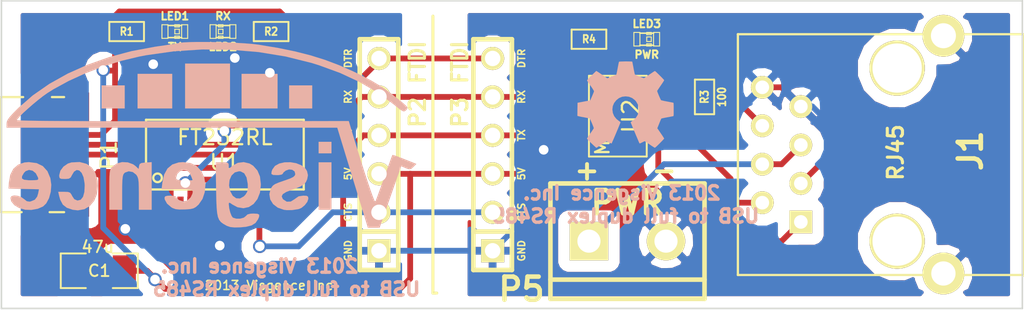
<source format=kicad_pcb>
(kicad_pcb (version 3) (host pcbnew "(2013-07-07 BZR 4022)-stable")

  (general
    (links 52)
    (no_connects 0)
    (area 25.076399 25.349999 93.058601 45.770001)
    (thickness 1.6)
    (drawings 25)
    (tracks 182)
    (zones 0)
    (modules 17)
    (nets 19)
  )

  (page USLetter)
  (title_block 
    (title "RS485 to USB with RJ45")
    (company "Visgence Inc.")
  )

  (layers
    (15 F.Cu signal)
    (0 B.Cu signal)
    (16 B.Adhes user)
    (17 F.Adhes user)
    (18 B.Paste user)
    (19 F.Paste user)
    (20 B.SilkS user)
    (21 F.SilkS user)
    (22 B.Mask user)
    (23 F.Mask user)
    (24 Dwgs.User user)
    (25 Cmts.User user)
    (26 Eco1.User user)
    (27 Eco2.User user)
    (28 Edge.Cuts user)
  )

  (setup
    (last_trace_width 0.381)
    (trace_clearance 0.2286)
    (zone_clearance 0.762)
    (zone_45_only no)
    (trace_min 0.254)
    (segment_width 0.2)
    (edge_width 0.1)
    (via_size 0.889)
    (via_drill 0.635)
    (via_min_size 0.889)
    (via_min_drill 0.508)
    (uvia_size 0.508)
    (uvia_drill 0.127)
    (uvias_allowed no)
    (uvia_min_size 0.508)
    (uvia_min_drill 0.127)
    (pcb_text_width 0.1016)
    (pcb_text_size 0.4572 0.4572)
    (mod_edge_width 0.15)
    (mod_text_size 1 1)
    (mod_text_width 0.15)
    (pad_size 1.9 1.8)
    (pad_drill 0)
    (pad_to_mask_clearance 0)
    (aux_axis_origin 0 0)
    (visible_elements 7FFFFFFF)
    (pcbplotparams
      (layerselection 284196865)
      (usegerberextensions true)
      (excludeedgelayer false)
      (linewidth 0.150000)
      (plotframeref false)
      (viasonmask false)
      (mode 1)
      (useauxorigin false)
      (hpglpennumber 1)
      (hpglpenspeed 20)
      (hpglpendiameter 15)
      (hpglpenoverlay 2)
      (psnegative false)
      (psa4output false)
      (plotreference true)
      (plotvalue true)
      (plotothertext true)
      (plotinvisibletext false)
      (padsonsilk false)
      (subtractmaskfromsilk true)
      (outputformat 1)
      (mirror false)
      (drillshape 0)
      (scaleselection 1)
      (outputdirectory gerber/))
  )

  (net 0 "")
  (net 1 +5V)
  (net 2 /CTS)
  (net 3 /DTR)
  (net 4 /PWR)
  (net 5 /RX)
  (net 6 /TX)
  (net 7 GND)
  (net 8 N-000003)
  (net 9 N-000004)
  (net 10 N-000005)
  (net 11 N-000006)
  (net 12 N-000007)
  (net 13 N-000019)
  (net 14 N-000021)
  (net 15 N-000026)
  (net 16 N-000028)
  (net 17 N-000029)
  (net 18 N-000030)

  (net_class Default "This is the default net class."
    (clearance 0.2286)
    (trace_width 0.381)
    (via_dia 0.889)
    (via_drill 0.635)
    (uvia_dia 0.508)
    (uvia_drill 0.127)
    (add_net "")
    (add_net +5V)
    (add_net /CTS)
    (add_net /DTR)
    (add_net /PWR)
    (add_net /RX)
    (add_net /TX)
    (add_net GND)
    (add_net N-000003)
    (add_net N-000004)
    (add_net N-000005)
    (add_net N-000006)
    (add_net N-000007)
    (add_net N-000019)
    (add_net N-000021)
    (add_net N-000026)
    (add_net N-000028)
    (add_net N-000029)
    (add_net N-000030)
  )

  (module OSHW_LOGO (layer B.Cu) (tedit 528C4716) (tstamp 528C471C)
    (at 66.548 32.258)
    (fp_text reference G2 (at 0 -3.36804) (layer B.SilkS) hide
      (effects (font (size 0.28956 0.28956) (thickness 0.05588)) (justify mirror))
    )
    (fp_text value LOGO (at 0 3.36804) (layer B.SilkS) hide
      (effects (font (size 0.28956 0.28956) (thickness 0.05588)) (justify mirror))
    )
    (fp_poly (pts (xy -1.92532 2.85242) (xy -1.88976 2.83464) (xy -1.8161 2.78638) (xy -1.70942 2.7178)
      (xy -1.58496 2.63398) (xy -1.4605 2.54762) (xy -1.35636 2.47904) (xy -1.2827 2.43332)
      (xy -1.25222 2.41554) (xy -1.23698 2.42316) (xy -1.17602 2.4511) (xy -1.08966 2.49682)
      (xy -1.0414 2.52222) (xy -0.96012 2.55778) (xy -0.92202 2.56286) (xy -0.9144 2.5527)
      (xy -0.88646 2.49174) (xy -0.84074 2.3876) (xy -0.77978 2.25044) (xy -0.7112 2.08788)
      (xy -0.63754 1.91516) (xy -0.56388 1.73736) (xy -0.49276 1.56972) (xy -0.4318 1.41732)
      (xy -0.381 1.29286) (xy -0.34798 1.2065) (xy -0.33782 1.17094) (xy -0.34036 1.16332)
      (xy -0.381 1.12268) (xy -0.44958 1.07188) (xy -0.59944 0.94996) (xy -0.7493 0.76454)
      (xy -0.8382 0.55372) (xy -0.86868 0.32004) (xy -0.84328 0.10414) (xy -0.75692 -0.10414)
      (xy -0.61214 -0.28956) (xy -0.43688 -0.42926) (xy -0.23114 -0.51816) (xy 0 -0.5461)
      (xy 0.22098 -0.5207) (xy 0.43434 -0.43688) (xy 0.61976 -0.29464) (xy 0.6985 -0.2032)
      (xy 0.80772 -0.0127) (xy 0.87122 0.18796) (xy 0.8763 0.2413) (xy 0.86868 0.46228)
      (xy 0.80264 0.67564) (xy 0.68326 0.86868) (xy 0.5207 1.02362) (xy 0.50038 1.03886)
      (xy 0.42418 1.09474) (xy 0.37338 1.13538) (xy 0.33528 1.1684) (xy 0.61722 1.85166)
      (xy 0.66294 1.96088) (xy 0.74168 2.1463) (xy 0.81026 2.30632) (xy 0.8636 2.43586)
      (xy 0.9017 2.52222) (xy 0.91948 2.55524) (xy 0.92202 2.55778) (xy 0.94488 2.56286)
      (xy 0.99822 2.54254) (xy 1.0922 2.49682) (xy 1.1557 2.4638) (xy 1.22936 2.42824)
      (xy 1.26238 2.41554) (xy 1.29032 2.43078) (xy 1.3589 2.4765) (xy 1.4605 2.54508)
      (xy 1.58242 2.62636) (xy 1.69926 2.70764) (xy 1.80594 2.77622) (xy 1.88468 2.82702)
      (xy 1.92278 2.84734) (xy 1.92786 2.84734) (xy 1.96342 2.82956) (xy 2.02438 2.77622)
      (xy 2.11582 2.68986) (xy 2.2479 2.56032) (xy 2.26822 2.54) (xy 2.37744 2.42824)
      (xy 2.4638 2.3368) (xy 2.52476 2.27076) (xy 2.54508 2.24028) (xy 2.54508 2.24028)
      (xy 2.52476 2.20472) (xy 2.4765 2.12598) (xy 2.40538 2.01676) (xy 2.31902 1.88976)
      (xy 2.09296 1.5621) (xy 2.21742 1.25222) (xy 2.25552 1.1557) (xy 2.30378 1.0414)
      (xy 2.33934 0.96012) (xy 2.35712 0.92202) (xy 2.39268 0.91186) (xy 2.4765 0.89154)
      (xy 2.59842 0.86614) (xy 2.74574 0.8382) (xy 2.88544 0.8128) (xy 3.01244 0.7874)
      (xy 3.10388 0.76962) (xy 3.14452 0.762) (xy 3.15468 0.75692) (xy 3.1623 0.7366)
      (xy 3.16992 0.69342) (xy 3.17246 0.61722) (xy 3.17246 0.4953) (xy 3.17246 0.32004)
      (xy 3.17246 0.30226) (xy 3.17246 0.13462) (xy 3.16992 0.00254) (xy 3.16484 -0.08382)
      (xy 3.15976 -0.11938) (xy 3.15722 -0.11938) (xy 3.11912 -0.12954) (xy 3.03022 -0.14732)
      (xy 2.90322 -0.17272) (xy 2.75336 -0.20066) (xy 2.7432 -0.2032) (xy 2.59334 -0.23114)
      (xy 2.46634 -0.25908) (xy 2.37998 -0.2794) (xy 2.34188 -0.28956) (xy 2.33426 -0.29972)
      (xy 2.30378 -0.35814) (xy 2.2606 -0.45212) (xy 2.2098 -0.56642) (xy 2.16154 -0.68326)
      (xy 2.11836 -0.78994) (xy 2.09042 -0.86868) (xy 2.0828 -0.90424) (xy 2.0828 -0.90678)
      (xy 2.10566 -0.94234) (xy 2.15646 -1.01854) (xy 2.23012 -1.12776) (xy 2.31648 -1.25476)
      (xy 2.3241 -1.26492) (xy 2.41046 -1.39192) (xy 2.48158 -1.4986) (xy 2.5273 -1.5748)
      (xy 2.54508 -1.61036) (xy 2.54508 -1.6129) (xy 2.51714 -1.651) (xy 2.4511 -1.72212)
      (xy 2.35966 -1.81864) (xy 2.2479 -1.9304) (xy 2.21234 -1.96596) (xy 2.08788 -2.08534)
      (xy 2.00406 -2.16662) (xy 1.95072 -2.20726) (xy 1.92532 -2.21742) (xy 1.92278 -2.21488)
      (xy 1.88468 -2.19202) (xy 1.80594 -2.14122) (xy 1.69672 -2.06756) (xy 1.56718 -1.97866)
      (xy 1.55702 -1.97358) (xy 1.43256 -1.88722) (xy 1.32588 -1.8161) (xy 1.24968 -1.7653)
      (xy 1.21666 -1.74498) (xy 1.21158 -1.74498) (xy 1.16078 -1.76022) (xy 1.06934 -1.79324)
      (xy 0.96012 -1.83642) (xy 0.84074 -1.88214) (xy 0.73406 -1.92786) (xy 0.65532 -1.96596)
      (xy 0.61722 -1.98628) (xy 0.61722 -1.98882) (xy 0.60198 -2.03454) (xy 0.58166 -2.12852)
      (xy 0.55372 -2.25806) (xy 0.52324 -2.41554) (xy 0.5207 -2.4384) (xy 0.49022 -2.5908)
      (xy 0.46736 -2.71526) (xy 0.44958 -2.80162) (xy 0.43942 -2.83718) (xy 0.4191 -2.84226)
      (xy 0.34544 -2.84734) (xy 0.23114 -2.84988) (xy 0.09652 -2.85242) (xy -0.04826 -2.85242)
      (xy -0.18796 -2.84734) (xy -0.30734 -2.8448) (xy -0.3937 -2.83718) (xy -0.42926 -2.8321)
      (xy -0.42926 -2.82956) (xy -0.4445 -2.7813) (xy -0.46482 -2.68732) (xy -0.49022 -2.55524)
      (xy -0.5207 -2.4003) (xy -0.52578 -2.37236) (xy -0.55372 -2.2225) (xy -0.57912 -2.09804)
      (xy -0.59944 -2.01168) (xy -0.60706 -1.97866) (xy -0.6223 -1.97104) (xy -0.68326 -1.94564)
      (xy -0.78486 -1.90246) (xy -0.90932 -1.85166) (xy -1.20142 -1.73482) (xy -1.55702 -1.97866)
      (xy -1.59004 -2.00152) (xy -1.71704 -2.08788) (xy -1.82372 -2.159) (xy -1.89738 -2.20472)
      (xy -1.92786 -2.2225) (xy -1.9304 -2.2225) (xy -1.96596 -2.18948) (xy -2.03454 -2.12344)
      (xy -2.13106 -2.02946) (xy -2.24536 -1.9177) (xy -2.32664 -1.83642) (xy -2.4257 -1.73482)
      (xy -2.48666 -1.66878) (xy -2.52222 -1.6256) (xy -2.53492 -1.6002) (xy -2.52984 -1.58242)
      (xy -2.50698 -1.54432) (xy -2.45618 -1.46812) (xy -2.38252 -1.3589) (xy -2.29616 -1.2319)
      (xy -2.22504 -1.12776) (xy -2.1463 -1.00838) (xy -2.0955 -0.92202) (xy -2.07772 -0.88138)
      (xy -2.0828 -0.8636) (xy -2.1082 -0.79248) (xy -2.15138 -0.68834) (xy -2.20472 -0.56134)
      (xy -2.32664 -0.2794) (xy -2.51206 -0.24384) (xy -2.62382 -0.22352) (xy -2.7813 -0.19304)
      (xy -2.93116 -0.1651) (xy -3.16484 -0.11938) (xy -3.175 0.74168) (xy -3.1369 0.75692)
      (xy -3.10388 0.76454) (xy -3.01752 0.78486) (xy -2.89306 0.81026) (xy -2.74574 0.83566)
      (xy -2.62128 0.86106) (xy -2.49682 0.88392) (xy -2.40538 0.9017) (xy -2.36728 0.90932)
      (xy -2.35712 0.92202) (xy -2.3241 0.98298) (xy -2.28092 1.0795) (xy -2.23012 1.19634)
      (xy -2.17932 1.31826) (xy -2.13614 1.42748) (xy -2.10566 1.51384) (xy -2.09296 1.55702)
      (xy -2.11074 1.59004) (xy -2.159 1.6637) (xy -2.22758 1.76784) (xy -2.31394 1.8923)
      (xy -2.39776 2.01676) (xy -2.46888 2.12344) (xy -2.51968 2.20218) (xy -2.54 2.2352)
      (xy -2.52984 2.2606) (xy -2.48158 2.31902) (xy -2.3876 2.41808) (xy -2.2479 2.55524)
      (xy -2.22504 2.5781) (xy -2.11328 2.68478) (xy -2.0193 2.77114) (xy -1.95326 2.82956)
      (xy -1.92532 2.85242)) (layer B.SilkS) (width 0.00254))
  )

  (module LOGO (layer B.Cu) (tedit 0) (tstamp 528C4660)
    (at 39.116 34.544)
    (fp_text reference G*** (at 0 -7.19582) (layer B.SilkS) hide
      (effects (font (size 1.524 1.524) (thickness 0.3048)) (justify mirror))
    )
    (fp_text value LOGO (at 0 7.19582) (layer B.SilkS) hide
      (effects (font (size 1.524 1.524) (thickness 0.3048)) (justify mirror))
    )
    (fp_poly (pts (xy 3.38582 3.02768) (xy 3.3274 3.53314) (xy 3.15976 3.95478) (xy 2.9083 4.27482)
      (xy 2.59334 4.48056) (xy 2.5273 4.49326) (xy 2.5273 3.27914) (xy 2.52476 2.98196)
      (xy 2.52222 2.94386) (xy 2.44602 2.52476) (xy 2.29108 2.25044) (xy 2.05486 2.12598)
      (xy 1.95072 2.11582) (xy 1.66878 2.19202) (xy 1.45542 2.39522) (xy 1.32588 2.68986)
      (xy 1.29032 3.048) (xy 1.36398 3.42138) (xy 1.53162 3.7338) (xy 1.75768 3.8989)
      (xy 2.01168 3.91414) (xy 2.26822 3.7719) (xy 2.37998 3.64998) (xy 2.48412 3.4798)
      (xy 2.5273 3.27914) (xy 2.5273 4.49326) (xy 2.23266 4.55676) (xy 1.84658 4.49072)
      (xy 1.52654 4.32054) (xy 1.3589 4.20878) (xy 1.28778 4.19354) (xy 1.27254 4.27482)
      (xy 1.27254 4.29006) (xy 1.30048 4.55168) (xy 1.36652 4.82854) (xy 1.45542 5.05714)
      (xy 1.53924 5.17652) (xy 1.75768 5.2451) (xy 2.02184 5.2451) (xy 2.2606 5.1816)
      (xy 2.39014 5.08) (xy 2.50444 4.96824) (xy 2.70002 4.91744) (xy 2.89814 4.90982)
      (xy 3.15976 4.92252) (xy 3.2766 4.98094) (xy 3.27406 5.11556) (xy 3.20294 5.28574)
      (xy 3.03784 5.52704) (xy 2.7813 5.6896) (xy 2.40792 5.78358) (xy 2.032 5.81914)
      (xy 1.64846 5.82676) (xy 1.37414 5.79882) (xy 1.15824 5.72516) (xy 1.10744 5.69976)
      (xy 0.90678 5.58546) (xy 0.75438 5.47116) (xy 0.64008 5.32892) (xy 0.5588 5.13588)
      (xy 0.50546 4.87172) (xy 0.47244 4.5085) (xy 0.45212 4.02844) (xy 0.43942 3.40614)
      (xy 0.43688 3.29438) (xy 0.41148 1.524) (xy 0.84074 1.524) (xy 1.0922 1.52908)
      (xy 1.22174 1.56464) (xy 1.26492 1.64592) (xy 1.27 1.74244) (xy 1.27 1.96088)
      (xy 1.52908 1.74244) (xy 1.86944 1.55956) (xy 2.25806 1.5113) (xy 2.63906 1.60274)
      (xy 2.8829 1.7526) (xy 3.1623 2.06756) (xy 3.3274 2.45872) (xy 3.38582 2.95656)
      (xy 3.38582 3.02768) (xy 3.38582 3.02768)) (layer B.SilkS) (width 0.00254))
    (fp_poly (pts (xy 13.64488 1.63068) (xy 13.44422 1.83388) (xy 13.29944 1.96088) (xy 13.17752 1.99136)
      (xy 12.99464 1.93294) (xy 12.93876 1.91008) (xy 12.6365 1.78308) (xy 11.92784 3.81254)
      (xy 11.21918 5.842) (xy 10.83056 5.842) (xy 10.44194 5.842) (xy 9.43356 2.54)
      (xy 8.42518 -0.762) (xy -2.4765 -0.762) (xy -13.37818 -0.762) (xy -13.37818 -1.03124)
      (xy -13.3604 -1.16078) (xy -13.29436 -1.30302) (xy -13.16228 -1.48082) (xy -12.94638 -1.71958)
      (xy -12.6238 -2.0447) (xy -12.59586 -2.07264) (xy -11.6459 -2.89814) (xy -10.55878 -3.65506)
      (xy -9.3472 -4.33324) (xy -8.03148 -4.92252) (xy -6.62432 -5.42036) (xy -5.14604 -5.8166)
      (xy -3.61188 -6.10362) (xy -3.429 -6.13156) (xy -2.9845 -6.19506) (xy -2.55778 -6.2611)
      (xy -2.19964 -6.31952) (xy -1.98882 -6.36016) (xy -1.72212 -6.39318) (xy -1.31318 -6.4135)
      (xy -0.8001 -6.42366) (xy -0.20828 -6.42366) (xy 0.42926 -6.4135) (xy 1.08204 -6.39318)
      (xy 1.71958 -6.36778) (xy 2.3114 -6.33222) (xy 2.82702 -6.29158) (xy 3.23596 -6.24332)
      (xy 3.25882 -6.23824) (xy 4.51612 -6.02996) (xy 5.6388 -5.79882) (xy 6.65988 -5.53974)
      (xy 7.61746 -5.24002) (xy 8.54456 -4.8895) (xy 9.4742 -4.48056) (xy 9.94918 -4.24942)
      (xy 10.668 -3.8735) (xy 11.2903 -3.50266) (xy 11.87958 -3.09372) (xy 12.50188 -2.60604)
      (xy 12.51204 -2.59588) (xy 12.79906 -2.35712) (xy 12.97178 -2.20218) (xy 13.04798 -2.09804)
      (xy 13.04798 -2.02184) (xy 12.98956 -1.94818) (xy 12.96924 -1.92532) (xy 12.8905 -1.85674)
      (xy 12.8143 -1.83388) (xy 12.70762 -1.87198) (xy 12.54252 -1.98374) (xy 12.28852 -2.18186)
      (xy 12.12342 -2.31648) (xy 11.04392 -3.10388) (xy 9.87806 -3.78714) (xy 8.60552 -4.37896)
      (xy 7.20598 -4.8895) (xy 6.72338 -5.03936) (xy 5.01904 -5.46354) (xy 3.23596 -5.75564)
      (xy 1.40208 -5.90804) (xy -0.45974 -5.92836) (xy -2.31902 -5.80898) (xy -4.1529 -5.5499)
      (xy -4.63296 -5.45846) (xy -5.8166 -5.17398) (xy -7.01548 -4.79806) (xy -8.18896 -4.34848)
      (xy -9.29386 -3.84302) (xy -10.29208 -3.29692) (xy -10.69086 -3.04546) (xy -10.9728 -2.8448)
      (xy -11.29792 -2.5908) (xy -11.64082 -2.30632) (xy -11.97356 -2.01422) (xy -12.27328 -1.74244)
      (xy -12.5095 -1.50622) (xy -12.65936 -1.3335) (xy -12.7 -1.2573) (xy -12.61618 -1.24714)
      (xy -12.3698 -1.23698) (xy -11.9634 -1.22682) (xy -11.40206 -1.21666) (xy -10.6934 -1.20904)
      (xy -9.84504 -1.20396) (xy -8.85698 -1.19888) (xy -7.73684 -1.1938) (xy -6.4897 -1.19126)
      (xy -5.12064 -1.18872) (xy -3.63728 -1.18872) (xy -2.03962 -1.18872) (xy -1.75768 -1.18872)
      (xy 9.18464 -1.20142) (xy 9.31926 -0.7493) (xy 9.5758 0.10414) (xy 9.82472 0.90932)
      (xy 10.0584 1.65862) (xy 10.2743 2.33426) (xy 10.46988 2.92354) (xy 10.63498 3.41122)
      (xy 10.7696 3.7846) (xy 10.86612 4.02844) (xy 10.922 4.1275) (xy 10.93216 4.1275)
      (xy 10.98042 4.0132) (xy 11.0744 3.76682) (xy 11.2014 3.4163) (xy 11.35634 2.98704)
      (xy 11.5189 2.53492) (xy 11.684 2.06756) (xy 11.83132 1.65608) (xy 11.94816 1.33096)
      (xy 12.02944 1.11506) (xy 12.06246 1.03378) (xy 12.14628 1.05156) (xy 12.35202 1.12268)
      (xy 12.64412 1.2319) (xy 12.8651 1.3208) (xy 13.64488 1.63068) (xy 13.64488 1.63068)) (layer B.SilkS) (width 0.00254))
    (fp_poly (pts (xy -10.42924 3.0099) (xy -10.46226 3.46456) (xy -10.57656 3.88874) (xy -10.76198 4.23672)
      (xy -10.96772 4.43738) (xy -11.31824 4.59232) (xy -11.7475 4.66852) (xy -12.14882 4.65582)
      (xy -12.55776 4.54152) (xy -12.87272 4.35102) (xy -13.07084 4.10464) (xy -13.12418 3.87604)
      (xy -13.0556 3.7592) (xy -12.88288 3.71094) (xy -12.65428 3.73126) (xy -12.41806 3.81508)
      (xy -12.23518 3.94462) (xy -12.04214 4.09448) (xy -11.85926 4.12242) (xy -11.7856 4.10718)
      (xy -11.51382 3.99542) (xy -11.35888 3.78968) (xy -11.29538 3.57886) (xy -11.24204 3.30708)
      (xy -11.2903 3.30454) (xy -11.2903 2.6416) (xy -11.29792 2.5527) (xy -11.30808 2.51968)
      (xy -11.45286 2.24536) (xy -11.66114 2.07772) (xy -11.8999 2.02692) (xy -12.12088 2.1082)
      (xy -12.2301 2.21996) (xy -12.35964 2.44602) (xy -12.36218 2.5908) (xy -12.22756 2.67462)
      (xy -11.94308 2.70764) (xy -11.80592 2.71018) (xy -11.50874 2.7051) (xy -11.34872 2.68732)
      (xy -11.2903 2.6416) (xy -11.2903 3.30454) (xy -12.24534 3.28422) (xy -13.25118 3.25882)
      (xy -13.22832 2.87782) (xy -13.13688 2.35458) (xy -12.93368 1.95326) (xy -12.61872 1.67894)
      (xy -12.19708 1.53416) (xy -11.90498 1.5113) (xy -11.39444 1.57734) (xy -10.98804 1.77546)
      (xy -10.68578 2.1082) (xy -10.4902 2.57048) (xy -10.42924 3.0099) (xy -10.42924 3.0099)) (layer B.SilkS) (width 0.00254))
    (fp_poly (pts (xy -7.35584 3.08864) (xy -7.41934 3.62204) (xy -7.59968 4.06654) (xy -7.88162 4.40436)
      (xy -8.24484 4.62026) (xy -8.6741 4.69646) (xy -9.017 4.65836) (xy -9.40562 4.52628)
      (xy -9.66978 4.318) (xy -9.83996 3.99796) (xy -9.91108 3.74904) (xy -9.97204 3.47218)
      (xy -9.57326 3.47218) (xy -9.32434 3.48234) (xy -9.18464 3.53568) (xy -9.0932 3.66268)
      (xy -9.0551 3.7465) (xy -8.91032 3.9624) (xy -8.70966 4.04622) (xy -8.69696 4.04876)
      (xy -8.48868 3.99796) (xy -8.33628 3.80238) (xy -8.24738 3.47726) (xy -8.22706 3.04292)
      (xy -8.23722 2.8956) (xy -8.30326 2.50952) (xy -8.42518 2.22758) (xy -8.58266 2.06502)
      (xy -8.75538 2.032) (xy -8.9281 2.14122) (xy -9.0551 2.3495) (xy -9.14908 2.52476)
      (xy -9.271 2.6035) (xy -9.48436 2.62382) (xy -9.54024 2.62382) (xy -9.76884 2.6162)
      (xy -9.87552 2.57048) (xy -9.906 2.45364) (xy -9.906 2.37236) (xy -9.8298 2.07772)
      (xy -9.6266 1.80848) (xy -9.33704 1.60782) (xy -9.09828 1.53162) (xy -8.5598 1.50622)
      (xy -8.11022 1.62306) (xy -7.75716 1.87452) (xy -7.51078 2.25044) (xy -7.37616 2.74828)
      (xy -7.35584 3.08864) (xy -7.35584 3.08864)) (layer B.SilkS) (width 0.00254))
    (fp_poly (pts (xy 6.52018 3.9243) (xy 6.4516 4.13512) (xy 6.28142 4.3561) (xy 6.06298 4.53644)
      (xy 5.8928 4.6101) (xy 5.45084 4.67868) (xy 5.10286 4.68376) (xy 4.9022 4.65836)
      (xy 4.50088 4.51866) (xy 4.19354 4.28244) (xy 4.00558 3.97764) (xy 3.9497 3.6322)
      (xy 4.01574 3.34264) (xy 4.09194 3.18008) (xy 4.18084 3.06324) (xy 4.318 2.96672)
      (xy 4.53898 2.8702) (xy 4.8768 2.75082) (xy 4.99618 2.71018) (xy 5.32638 2.5908)
      (xy 5.52704 2.49174) (xy 5.62864 2.39268) (xy 5.65658 2.30632) (xy 5.6134 2.12852)
      (xy 5.45846 2.0193) (xy 5.2451 1.9939) (xy 5.02666 2.07264) (xy 4.87934 2.19456)
      (xy 4.826 2.28854) (xy 4.7498 2.3368) (xy 4.5593 2.36728) (xy 4.445 2.36982)
      (xy 4.19354 2.35712) (xy 4.08432 2.29616) (xy 4.09194 2.15392) (xy 4.14528 1.99898)
      (xy 4.318 1.76276) (xy 4.59994 1.60528) (xy 4.95554 1.524) (xy 5.34416 1.51892)
      (xy 5.7277 1.5875) (xy 6.06806 1.7272) (xy 6.32714 1.93802) (xy 6.43128 2.10566)
      (xy 6.49224 2.3749) (xy 6.44144 2.6416) (xy 6.35508 2.83464) (xy 6.21538 2.98704)
      (xy 5.9944 3.12166) (xy 5.65658 3.26136) (xy 5.42798 3.3401) (xy 5.05206 3.48742)
      (xy 4.83362 3.62712) (xy 4.7625 3.7719) (xy 4.826 3.92938) (xy 4.8641 3.9751)
      (xy 5.09524 4.12496) (xy 5.35686 4.11734) (xy 5.62102 3.95478) (xy 5.6388 3.937)
      (xy 5.87756 3.7719) (xy 6.1849 3.72618) (xy 6.4008 3.73634) (xy 6.49732 3.79222)
      (xy 6.51764 3.92176) (xy 6.52018 3.9243) (xy 6.52018 3.9243)) (layer B.SilkS) (width 0.00254))
    (fp_poly (pts (xy -3.81 4.65582) (xy -4.23418 4.65582) (xy -4.65582 4.65582) (xy -4.65582 3.60934)
      (xy -4.6609 3.15976) (xy -4.67106 2.84734) (xy -4.69646 2.63398) (xy -4.74218 2.48666)
      (xy -4.80822 2.37236) (xy -4.83362 2.33934) (xy -5.05714 2.16662) (xy -5.3213 2.11582)
      (xy -5.56514 2.19964) (xy -5.62356 2.25044) (xy -5.68198 2.3368) (xy -5.72008 2.48412)
      (xy -5.74294 2.72034) (xy -5.75564 3.07594) (xy -5.75818 3.52044) (xy -5.75818 4.65582)
      (xy -6.17982 4.65582) (xy -6.604 4.65582) (xy -6.604 3.34772) (xy -6.604 2.84734)
      (xy -6.59638 2.48666) (xy -6.58114 2.23774) (xy -6.5532 2.06756) (xy -6.50748 1.95072)
      (xy -6.44398 1.85674) (xy -6.4135 1.82118) (xy -6.12902 1.61036) (xy -5.77088 1.5113)
      (xy -5.38734 1.52654) (xy -5.03428 1.65608) (xy -4.86918 1.77546) (xy -4.67106 1.96342)
      (xy -4.64312 1.7653) (xy -4.60248 1.64084) (xy -4.4958 1.5748) (xy -4.27736 1.54432)
      (xy -4.21132 1.53924) (xy -3.81 1.51384) (xy -3.81 3.0861) (xy -3.81 4.65582)
      (xy -3.81 4.65582)) (layer B.SilkS) (width 0.00254))
    (fp_poly (pts (xy -0.26924 2.99974) (xy -0.30988 3.48996) (xy -0.4572 3.93954) (xy -0.70866 4.3053)
      (xy -0.72644 4.32308) (xy -0.89662 4.47548) (xy -1.05664 4.56438) (xy -1.25984 4.61264)
      (xy -1.56464 4.6355) (xy -1.63322 4.63804) (xy -1.99136 4.64312) (xy -2.24028 4.61518)
      (xy -2.43332 4.54406) (xy -2.5146 4.4958) (xy -2.79908 4.25196) (xy -2.94894 3.98018)
      (xy -2.96418 3.85826) (xy -2.91846 3.7719) (xy -2.76352 3.73126) (xy -2.58318 3.72618)
      (xy -2.35458 3.74142) (xy -2.21996 3.78206) (xy -2.20218 3.80746) (xy -2.13868 3.90906)
      (xy -1.99898 4.02336) (xy -1.7272 4.11226) (xy -1.46304 4.0513) (xy -1.25222 3.85318)
      (xy -1.22428 3.80492) (xy -1.12776 3.60426) (xy -1.09728 3.4671) (xy -1.1049 3.45186)
      (xy -1.1049 2.71018) (xy -1.1938 2.47904) (xy -1.32588 2.20726) (xy -1.48336 2.0701)
      (xy -1.69926 2.032) (xy -1.94056 2.1082) (xy -2.12598 2.2987) (xy -2.20218 2.55016)
      (xy -2.20218 2.55778) (xy -2.17932 2.6416) (xy -2.08534 2.68732) (xy -1.88468 2.7051)
      (xy -1.65354 2.71018) (xy -1.1049 2.71018) (xy -1.1049 3.45186) (xy -1.14554 3.3782)
      (xy -1.30048 3.32994) (xy -1.57988 3.30708) (xy -2.00152 3.302) (xy -2.12852 3.302)
      (xy -3.15722 3.302) (xy -3.10642 2.86766) (xy -2.98704 2.33172) (xy -2.7686 1.93294)
      (xy -2.4511 1.66878) (xy -2.02946 1.53162) (xy -1.73482 1.5113) (xy -1.24206 1.5748)
      (xy -0.8509 1.7653) (xy -0.53848 2.09804) (xy -0.5334 2.10566) (xy -0.3429 2.52476)
      (xy -0.26924 2.99974) (xy -0.26924 2.99974)) (layer B.SilkS) (width 0.00254))
    (fp_poly (pts (xy 8.04418 4.65582) (xy 7.62 4.65582) (xy 7.19582 4.65582) (xy 7.19582 3.09118)
      (xy 7.19582 1.524) (xy 7.62 1.524) (xy 8.04418 1.524) (xy 8.04418 3.09118)
      (xy 8.04418 4.65582) (xy 8.04418 4.65582)) (layer B.SilkS) (width 0.00254))
    (fp_poly (pts (xy 8.04418 0.93218) (xy 7.62 0.93218) (xy 7.19582 0.93218) (xy 7.19582 0.55118)
      (xy 7.19582 0.17018) (xy 7.62 0.17018) (xy 8.04418 0.17018) (xy 8.04418 0.55118)
      (xy 8.04418 0.93218) (xy 8.04418 0.93218)) (layer B.SilkS) (width 0.00254))
    (fp_poly (pts (xy -5.588 -2.032) (xy -6.35 -2.032) (xy -7.112 -2.032) (xy -7.112 -2.794)
      (xy -7.112 -3.556) (xy -6.35 -3.556) (xy -5.588 -3.556) (xy -5.588 -2.794)
      (xy -5.588 -2.032) (xy -5.588 -2.032)) (layer B.SilkS) (width 0.00254))
    (fp_poly (pts (xy -2.45618 -2.032) (xy -3.59918 -2.032) (xy -4.74218 -2.032) (xy -4.74218 -3.175)
      (xy -4.74218 -4.318) (xy -3.59918 -4.318) (xy -2.45618 -4.318) (xy -2.45618 -3.175)
      (xy -2.45618 -2.032) (xy -2.45618 -2.032)) (layer B.SilkS) (width 0.00254))
    (fp_poly (pts (xy 1.35382 -2.032) (xy -0.127 -2.032) (xy -1.60782 -2.032) (xy -1.60782 -3.51282)
      (xy -1.60782 -4.99618) (xy -0.127 -4.99618) (xy 1.35382 -4.99618) (xy 1.35382 -3.51282)
      (xy 1.35382 -2.032) (xy 1.35382 -2.032)) (layer B.SilkS) (width 0.00254))
    (fp_poly (pts (xy 4.48818 -2.032) (xy 3.302 -2.032) (xy 2.11582 -2.032) (xy 2.11582 -3.175)
      (xy 2.11582 -4.318) (xy 3.302 -4.318) (xy 4.48818 -4.318) (xy 4.48818 -3.175)
      (xy 4.48818 -2.032) (xy 4.48818 -2.032)) (layer B.SilkS) (width 0.00254))
    (fp_poly (pts (xy 6.77418 -2.032) (xy 6.01218 -2.032) (xy 5.25018 -2.032) (xy 5.25018 -2.794)
      (xy 5.25018 -3.556) (xy 6.01218 -3.556) (xy 6.77418 -3.556) (xy 6.77418 -2.794)
      (xy 6.77418 -2.032) (xy 6.77418 -2.032)) (layer B.SilkS) (width 0.00254))
  )

  (module USB-MICRO-B (layer F.Cu) (tedit 528C44C6) (tstamp 528AE94A)
    (at 30.48 35.56 270)
    (path /528AE224)
    (fp_text reference P1 (at 0.05 -2 270) (layer F.SilkS)
      (effects (font (size 1 1) (thickness 0.15)))
    )
    (fp_text value USBMICRO (at 0 -4.8 270) (layer F.SilkS) hide
      (effects (font (size 1 1) (thickness 0.15)))
    )
    (fp_line (start 3.8 3.75) (end 3.8 5.1) (layer F.SilkS) (width 0.15))
    (fp_line (start 3.8 5.1) (end -3.8 5.1) (layer F.SilkS) (width 0.15))
    (fp_line (start -3.8 5.1) (end -3.8 3.65) (layer F.SilkS) (width 0.15))
    (fp_line (start 3.8 1.9) (end 3.8 0.95) (layer F.SilkS) (width 0.15))
    (fp_line (start -3.8 1.75) (end -3.8 0.95) (layer F.SilkS) (width 0.15))
    (pad 3 smd rect (at 0 0 270) (size 0.4 1.35)
      (layers F.Cu F.Paste F.Mask)
      (net 13 N-000019)
    )
    (pad 4 smd rect (at 0.65 0 270) (size 0.4 1.35)
      (layers F.Cu F.Paste F.Mask)
      (net 7 GND)
    )
    (pad 2 smd rect (at -0.65 0 270) (size 0.4 1.35)
      (layers F.Cu F.Paste F.Mask)
      (net 12 N-000007)
    )
    (pad 5 smd rect (at 1.3 0 270) (size 0.4 1.35)
      (layers F.Cu F.Paste F.Mask)
      (net 7 GND)
    )
    (pad 1 smd rect (at -1.3 0 270) (size 0.4 1.35)
      (layers F.Cu F.Paste F.Mask)
      (net 1 +5V)
    )
    (pad "" smd rect (at -3.05 0.1 270) (size 2.1 1.6)
      (layers F.Cu F.Paste F.Mask)
    )
    (pad "" smd rect (at 3.05 0.1 270) (size 2.1 1.6)
      (layers F.Cu F.Paste F.Mask)
    )
    (pad "" smd rect (at 3.8 2.8 270) (size 1.9 1.8)
      (layers F.Cu F.Paste F.Mask)
      (net 7 GND)
    )
    (pad "" smd rect (at -3.8 2.65 270) (size 1.9 1.8)
      (layers F.Cu F.Paste F.Mask)
      (net 7 GND)
    )
  )

  (module ssop-28 (layer F.Cu) (tedit 50BDF9C9) (tstamp 528AE96F)
    (at 40.132 35.56)
    (descr SSOP-16)
    (path /528ADE35)
    (attr smd)
    (fp_text reference U1 (at 0 0.508) (layer F.SilkS)
      (effects (font (size 1.00076 1.00076) (thickness 0.14986)))
    )
    (fp_text value FT232RL (at 0 -1.143) (layer F.SilkS)
      (effects (font (size 1.00076 1.00076) (thickness 0.14986)))
    )
    (fp_line (start 5.19938 -2.30124) (end 5.19938 2.30124) (layer F.SilkS) (width 0.14986))
    (fp_line (start -5.19938 2.30124) (end -5.19938 -2.30124) (layer F.SilkS) (width 0.14986))
    (fp_line (start -5.19938 -2.30124) (end 5.19938 -2.30124) (layer F.SilkS) (width 0.14986))
    (fp_line (start 5.19938 2.30124) (end -5.19938 2.30124) (layer F.SilkS) (width 0.14986))
    (fp_circle (center -4.43992 1.53416) (end -4.56692 1.78816) (layer F.SilkS) (width 0.14986))
    (pad 7 smd rect (at -0.32512 3.59918) (size 0.4064 1.651)
      (layers F.Cu F.Paste F.Mask)
      (net 7 GND)
    )
    (pad 8 smd rect (at 0.32512 3.59918) (size 0.4064 1.651)
      (layers F.Cu F.Paste F.Mask)
    )
    (pad 9 smd rect (at 0.97536 3.59918) (size 0.4064 1.651)
      (layers F.Cu F.Paste F.Mask)
    )
    (pad 10 smd rect (at 1.6256 3.59918) (size 0.4064 1.651)
      (layers F.Cu F.Paste F.Mask)
    )
    (pad 25 smd rect (at -2.27584 -3.59918) (size 0.4064 1.651)
      (layers F.Cu F.Paste F.Mask)
      (net 7 GND)
    )
    (pad 4 smd rect (at -2.27584 3.59918) (size 0.4064 1.651)
      (layers F.Cu F.Paste F.Mask)
      (net 1 +5V)
    )
    (pad 5 smd rect (at -1.6256 3.59918) (size 0.4064 1.651)
      (layers F.Cu F.Paste F.Mask)
      (net 5 /RX)
    )
    (pad 6 smd rect (at -0.97536 3.59918) (size 0.4064 1.651)
      (layers F.Cu F.Paste F.Mask)
    )
    (pad 18 smd rect (at 2.27584 -3.59918) (size 0.4064 1.651)
      (layers F.Cu F.Paste F.Mask)
      (net 7 GND)
    )
    (pad 19 smd rect (at 1.6256 -3.59918) (size 0.4064 1.651)
      (layers F.Cu F.Paste F.Mask)
    )
    (pad 20 smd rect (at 0.97536 -3.59918) (size 0.4064 1.651)
      (layers F.Cu F.Paste F.Mask)
      (net 1 +5V)
    )
    (pad 21 smd rect (at 0.32512 -3.59918) (size 0.4064 1.651)
      (layers F.Cu F.Paste F.Mask)
      (net 7 GND)
    )
    (pad 22 smd rect (at -0.32512 -3.59918) (size 0.4064 1.651)
      (layers F.Cu F.Paste F.Mask)
      (net 8 N-000003)
    )
    (pad 23 smd rect (at -0.97536 -3.59918) (size 0.4064 1.651)
      (layers F.Cu F.Paste F.Mask)
      (net 9 N-000004)
    )
    (pad 11 smd rect (at 2.27584 3.59918) (size 0.4064 1.651)
      (layers F.Cu F.Paste F.Mask)
      (net 2 /CTS)
    )
    (pad 24 smd rect (at -1.6256 -3.59918) (size 0.4064 1.651)
      (layers F.Cu F.Paste F.Mask)
    )
    (pad 26 smd rect (at -2.92608 -3.59918) (size 0.4064 1.651)
      (layers F.Cu F.Paste F.Mask)
      (net 7 GND)
    )
    (pad 27 smd rect (at -3.57378 -3.59918) (size 0.4064 1.651)
      (layers F.Cu F.Paste F.Mask)
    )
    (pad 28 smd rect (at -4.22402 -3.59918) (size 0.4064 1.651)
      (layers F.Cu F.Paste F.Mask)
    )
    (pad 1 smd rect (at -4.22402 3.59918) (size 0.4064 1.651)
      (layers F.Cu F.Paste F.Mask)
      (net 6 /TX)
    )
    (pad 2 smd rect (at -3.57378 3.59918) (size 0.4064 1.651)
      (layers F.Cu F.Paste F.Mask)
      (net 3 /DTR)
    )
    (pad 3 smd rect (at -2.92608 3.59918) (size 0.4064 1.651)
      (layers F.Cu F.Paste F.Mask)
    )
    (pad 12 smd rect (at 2.92608 3.59918) (size 0.4064 1.651)
      (layers F.Cu F.Paste F.Mask)
    )
    (pad 13 smd rect (at 3.57378 3.59918) (size 0.4064 1.651)
      (layers F.Cu F.Paste F.Mask)
    )
    (pad 14 smd rect (at 4.22402 3.59918) (size 0.4064 1.651)
      (layers F.Cu F.Paste F.Mask)
    )
    (pad 15 smd rect (at 4.22402 -3.59918) (size 0.4064 1.651)
      (layers F.Cu F.Paste F.Mask)
      (net 13 N-000019)
    )
    (pad 16 smd rect (at 3.57378 -3.59918) (size 0.4064 1.651)
      (layers F.Cu F.Paste F.Mask)
      (net 12 N-000007)
    )
    (pad 17 smd rect (at 2.92608 -3.59918) (size 0.4064 1.651)
      (layers F.Cu F.Paste F.Mask)
    )
    (model smd/smd_dil/ssop-28.wrl
      (at (xyz 0 0 0))
      (scale (xyz 1 1 1))
      (rotate (xyz 0 0 0))
    )
  )

  (module SO8E (layer F.Cu) (tedit 528AECBF) (tstamp 528AE983)
    (at 66.04 33.02 270)
    (descr "module CMS SOJ 8 pins etroit")
    (tags "CMS SOJ")
    (path /528ADCB8)
    (attr smd)
    (fp_text reference U2 (at 0 -0.889 270) (layer F.SilkS)
      (effects (font (size 1.143 1.143) (thickness 0.1524)))
    )
    (fp_text value MAX488 (at 0 1.016 270) (layer F.SilkS)
      (effects (font (size 0.889 0.889) (thickness 0.1524)))
    )
    (fp_line (start -2.667 1.778) (end -2.667 1.905) (layer F.SilkS) (width 0.127))
    (fp_line (start -2.667 1.905) (end 2.667 1.905) (layer F.SilkS) (width 0.127))
    (fp_line (start 2.667 -1.905) (end -2.667 -1.905) (layer F.SilkS) (width 0.127))
    (fp_line (start -2.667 -1.905) (end -2.667 1.778) (layer F.SilkS) (width 0.127))
    (fp_line (start -2.667 -0.508) (end -2.159 -0.508) (layer F.SilkS) (width 0.127))
    (fp_line (start -2.159 -0.508) (end -2.159 0.508) (layer F.SilkS) (width 0.127))
    (fp_line (start -2.159 0.508) (end -2.667 0.508) (layer F.SilkS) (width 0.127))
    (fp_line (start 2.667 -1.905) (end 2.667 1.905) (layer F.SilkS) (width 0.127))
    (pad 8 smd rect (at -1.905 -2.667 270) (size 0.59944 1.39954)
      (layers F.Cu F.Paste F.Mask)
      (net 17 N-000029)
    )
    (pad 1 smd rect (at -1.905 2.667 270) (size 0.59944 1.39954)
      (layers F.Cu F.Paste F.Mask)
      (net 1 +5V)
    )
    (pad 7 smd rect (at -0.635 -2.667 270) (size 0.59944 1.39954)
      (layers F.Cu F.Paste F.Mask)
      (net 18 N-000030)
    )
    (pad 6 smd rect (at 0.635 -2.667 270) (size 0.59944 1.39954)
      (layers F.Cu F.Paste F.Mask)
      (net 15 N-000026)
    )
    (pad 5 smd rect (at 1.905 -2.667 270) (size 0.59944 1.39954)
      (layers F.Cu F.Paste F.Mask)
      (net 16 N-000028)
    )
    (pad 2 smd rect (at -0.635 2.667 270) (size 0.59944 1.39954)
      (layers F.Cu F.Paste F.Mask)
      (net 5 /RX)
    )
    (pad 3 smd rect (at 0.635 2.667 270) (size 0.59944 1.39954)
      (layers F.Cu F.Paste F.Mask)
      (net 6 /TX)
    )
    (pad 4 smd rect (at 1.905 2.667 270) (size 0.59944 1.39954)
      (layers F.Cu F.Paste F.Mask)
      (net 7 GND)
    )
    (model smd/cms_so8.wrl
      (at (xyz 0 0 0))
      (scale (xyz 0.5 0.32 0.5))
      (rotate (xyz 0 0 0))
    )
  )

  (module SM1206 (layer F.Cu) (tedit 528C4504) (tstamp 528AE98F)
    (at 31.8516 43.2308 180)
    (path /528AE480)
    (attr smd)
    (fp_text reference C1 (at 0 0 180) (layer F.SilkS)
      (effects (font (size 0.762 0.762) (thickness 0.127)))
    )
    (fp_text value 47u (at 0.1016 1.5748 180) (layer F.SilkS)
      (effects (font (size 0.762 0.762) (thickness 0.127)))
    )
    (fp_line (start -2.54 -1.143) (end -2.54 1.143) (layer F.SilkS) (width 0.127))
    (fp_line (start -2.54 1.143) (end -0.889 1.143) (layer F.SilkS) (width 0.127))
    (fp_line (start 0.889 -1.143) (end 2.54 -1.143) (layer F.SilkS) (width 0.127))
    (fp_line (start 2.54 -1.143) (end 2.54 1.143) (layer F.SilkS) (width 0.127))
    (fp_line (start 2.54 1.143) (end 0.889 1.143) (layer F.SilkS) (width 0.127))
    (fp_line (start -0.889 -1.143) (end -2.54 -1.143) (layer F.SilkS) (width 0.127))
    (pad 1 smd rect (at -1.651 0 180) (size 1.524 2.032)
      (layers F.Cu F.Paste F.Mask)
      (net 1 +5V)
    )
    (pad 2 smd rect (at 1.651 0 180) (size 1.524 2.032)
      (layers F.Cu F.Paste F.Mask)
      (net 7 GND)
    )
    (model smd/chip_cms.wrl
      (at (xyz 0 0 0))
      (scale (xyz 0.17 0.16 0.16))
      (rotate (xyz 0 0 0))
    )
  )

  (module SM0603 (layer F.Cu) (tedit 528C44EF) (tstamp 528AE999)
    (at 71.755 31.75 270)
    (path /528ADCBE)
    (attr smd)
    (fp_text reference R3 (at 0 0 270) (layer F.SilkS)
      (effects (font (size 0.508 0.4572) (thickness 0.1143)))
    )
    (fp_text value 100 (at 0 -1.143 270) (layer F.SilkS)
      (effects (font (size 0.508 0.4572) (thickness 0.1143)))
    )
    (fp_line (start -1.143 -0.635) (end 1.143 -0.635) (layer F.SilkS) (width 0.127))
    (fp_line (start 1.143 -0.635) (end 1.143 0.635) (layer F.SilkS) (width 0.127))
    (fp_line (start 1.143 0.635) (end -1.143 0.635) (layer F.SilkS) (width 0.127))
    (fp_line (start -1.143 0.635) (end -1.143 -0.635) (layer F.SilkS) (width 0.127))
    (pad 1 smd rect (at -0.762 0 270) (size 0.635 1.143)
      (layers F.Cu F.Paste F.Mask)
      (net 17 N-000029)
    )
    (pad 2 smd rect (at 0.762 0 270) (size 0.635 1.143)
      (layers F.Cu F.Paste F.Mask)
      (net 18 N-000030)
    )
    (model smd\resistors\R0603.wrl
      (at (xyz 0 0 0.001))
      (scale (xyz 0.5 0.5 0.5))
      (rotate (xyz 0 0 0))
    )
  )

  (module SM0603 (layer F.Cu) (tedit 4E43A3D1) (tstamp 528AE9A3)
    (at 33.655 27.432)
    (path /528AE610)
    (attr smd)
    (fp_text reference R1 (at 0 0) (layer F.SilkS)
      (effects (font (size 0.508 0.4572) (thickness 0.1143)))
    )
    (fp_text value 1k (at 0 0) (layer F.SilkS) hide
      (effects (font (size 0.508 0.4572) (thickness 0.1143)))
    )
    (fp_line (start -1.143 -0.635) (end 1.143 -0.635) (layer F.SilkS) (width 0.127))
    (fp_line (start 1.143 -0.635) (end 1.143 0.635) (layer F.SilkS) (width 0.127))
    (fp_line (start 1.143 0.635) (end -1.143 0.635) (layer F.SilkS) (width 0.127))
    (fp_line (start -1.143 0.635) (end -1.143 -0.635) (layer F.SilkS) (width 0.127))
    (pad 1 smd rect (at -0.762 0) (size 0.635 1.143)
      (layers F.Cu F.Paste F.Mask)
      (net 1 +5V)
    )
    (pad 2 smd rect (at 0.762 0) (size 0.635 1.143)
      (layers F.Cu F.Paste F.Mask)
      (net 10 N-000005)
    )
    (model smd\resistors\R0603.wrl
      (at (xyz 0 0 0.001))
      (scale (xyz 0.5 0.5 0.5))
      (rotate (xyz 0 0 0))
    )
  )

  (module SM0603 (layer F.Cu) (tedit 4E43A3D1) (tstamp 528AE9AD)
    (at 43.18 27.432 180)
    (path /528AE61D)
    (attr smd)
    (fp_text reference R2 (at 0 0 180) (layer F.SilkS)
      (effects (font (size 0.508 0.4572) (thickness 0.1143)))
    )
    (fp_text value 1k (at 0 0 180) (layer F.SilkS) hide
      (effects (font (size 0.508 0.4572) (thickness 0.1143)))
    )
    (fp_line (start -1.143 -0.635) (end 1.143 -0.635) (layer F.SilkS) (width 0.127))
    (fp_line (start 1.143 -0.635) (end 1.143 0.635) (layer F.SilkS) (width 0.127))
    (fp_line (start 1.143 0.635) (end -1.143 0.635) (layer F.SilkS) (width 0.127))
    (fp_line (start -1.143 0.635) (end -1.143 -0.635) (layer F.SilkS) (width 0.127))
    (pad 1 smd rect (at -0.762 0 180) (size 0.635 1.143)
      (layers F.Cu F.Paste F.Mask)
      (net 1 +5V)
    )
    (pad 2 smd rect (at 0.762 0 180) (size 0.635 1.143)
      (layers F.Cu F.Paste F.Mask)
      (net 11 N-000006)
    )
    (model smd\resistors\R0603.wrl
      (at (xyz 0 0 0.001))
      (scale (xyz 0.5 0.5 0.5))
      (rotate (xyz 0 0 0))
    )
  )

  (module RJ45_8_ASSMAN (layer F.Cu) (tedit 528C40DC) (tstamp 528AE9C4)
    (at 84.455 35.56 90)
    (tags RJ45)
    (path /528ADCB2)
    (fp_text reference J1 (at 0.254 4.826 90) (layer F.SilkS)
      (effects (font (size 1.524 1.524) (thickness 0.3048)))
    )
    (fp_text value RJ45 (at 0.14224 -0.1016 90) (layer F.SilkS)
      (effects (font (size 1.00076 1.00076) (thickness 0.2032)))
    )
    (fp_line (start -7.95 8.3) (end -7.95 -10.5) (layer F.SilkS) (width 0.15))
    (fp_line (start 7.95 8.3) (end 7.95 -10.5) (layer F.SilkS) (width 0.15))
    (fp_line (start 0 -10.5) (end -7.95 -10.5) (layer F.SilkS) (width 0.15))
    (fp_line (start 0 -10.5) (end 7.95 -10.5) (layer F.SilkS) (width 0.15))
    (fp_line (start 0 8.3) (end -7.95 8.3) (layer F.SilkS) (width 0.15))
    (fp_line (start -8 8.3) (end -7.9 8.3) (layer F.SilkS) (width 0.15))
    (fp_line (start 0 8.3) (end 7.95 8.3) (layer F.SilkS) (width 0.15))
    (pad "" thru_hole circle (at 5.715 0 90) (size 3.64998 3.64998) (drill 3.251199)
      (layers *.Cu *.Mask F.SilkS)
    )
    (pad "" thru_hole circle (at -5.715 0 90) (size 3.64998 3.64998) (drill 3.251199)
      (layers *.Cu *.Mask F.SilkS)
    )
    (pad 1 thru_hole rect (at -4.445 -6.35 90) (size 1.50114 1.50114) (drill 0.899159)
      (layers *.Cu *.Mask F.SilkS)
      (net 16 N-000028)
    )
    (pad 2 thru_hole circle (at -3.175 -8.89 90) (size 1.50114 1.50114) (drill 0.899159)
      (layers *.Cu *.Mask F.SilkS)
      (net 15 N-000026)
    )
    (pad 3 thru_hole circle (at -1.905 -6.35 90) (size 1.50114 1.50114) (drill 0.899159)
      (layers *.Cu *.Mask F.SilkS)
      (net 17 N-000029)
    )
    (pad 4 thru_hole circle (at -0.635 -8.89 90) (size 1.50114 1.50114) (drill 0.899159)
      (layers *.Cu *.Mask F.SilkS)
      (net 4 /PWR)
    )
    (pad 5 thru_hole circle (at 0.635 -6.35 90) (size 1.50114 1.50114) (drill 0.899159)
      (layers *.Cu *.Mask F.SilkS)
      (net 4 /PWR)
    )
    (pad 6 thru_hole circle (at 1.905 -8.89 90) (size 1.50114 1.50114) (drill 0.899159)
      (layers *.Cu *.Mask F.SilkS)
      (net 18 N-000030)
    )
    (pad 7 thru_hole circle (at 3.175 -6.35 90) (size 1.50114 1.50114) (drill 0.899159)
      (layers *.Cu *.Mask F.SilkS)
      (net 7 GND)
    )
    (pad 8 thru_hole circle (at 4.445 -8.89 90) (size 1.50114 1.50114) (drill 0.899159)
      (layers *.Cu *.Mask F.SilkS)
      (net 7 GND)
    )
    (pad "" thru_hole circle (at 7.85 3.05 90) (size 2.76 2.76) (drill 1.65)
      (layers *.Cu *.Mask F.SilkS)
      (net 7 GND)
    )
    (pad "" thru_hole circle (at -7.85 3.05 90) (size 2.76 2.76) (drill 1.6)
      (layers *.Cu *.Mask F.SilkS)
      (net 7 GND)
    )
    (model connectors/RJ45_8.wrl
      (at (xyz 0 0 0))
      (scale (xyz 0.4 0.4 0.4))
      (rotate (xyz 0 0 0))
    )
  )

  (module PIN_ARRAY-6X1 (layer F.Cu) (tedit 528C4358) (tstamp 528AE9D3)
    (at 50.292 35.56 90)
    (descr "Connecteur 6 pins")
    (tags "CONN DEV")
    (path /528AE030)
    (fp_text reference P2 (at 2.794 2.54 90) (layer F.SilkS)
      (effects (font (size 1.016 1.016) (thickness 0.2032)))
    )
    (fp_text value FTDI (at 6.096 2.54 90) (layer F.SilkS)
      (effects (font (size 1.016 0.889) (thickness 0.2032)))
    )
    (fp_line (start -7.62 1.27) (end -7.62 -1.27) (layer F.SilkS) (width 0.3048))
    (fp_line (start -7.62 -1.27) (end 7.62 -1.27) (layer F.SilkS) (width 0.3048))
    (fp_line (start 7.62 -1.27) (end 7.62 1.27) (layer F.SilkS) (width 0.3048))
    (fp_line (start 7.62 1.27) (end -7.62 1.27) (layer F.SilkS) (width 0.3048))
    (fp_line (start -5.08 1.27) (end -5.08 -1.27) (layer F.SilkS) (width 0.3048))
    (pad 1 thru_hole rect (at -6.35 0 90) (size 1.524 1.524) (drill 1.016)
      (layers *.Cu *.Mask F.SilkS)
      (net 7 GND)
    )
    (pad 2 thru_hole circle (at -3.81 0 90) (size 1.524 1.524) (drill 1.016)
      (layers *.Cu *.Mask F.SilkS)
      (net 2 /CTS)
    )
    (pad 3 thru_hole circle (at -1.27 0 90) (size 1.524 1.524) (drill 1.016)
      (layers *.Cu *.Mask F.SilkS)
      (net 1 +5V)
    )
    (pad 4 thru_hole circle (at 1.27 0 90) (size 1.524 1.524) (drill 1.016)
      (layers *.Cu *.Mask F.SilkS)
      (net 6 /TX)
    )
    (pad 5 thru_hole circle (at 3.81 0 90) (size 1.524 1.524) (drill 1.016)
      (layers *.Cu *.Mask F.SilkS)
      (net 5 /RX)
    )
    (pad 6 thru_hole circle (at 6.35 0 90) (size 1.524 1.524) (drill 1.016)
      (layers *.Cu *.Mask F.SilkS)
      (net 3 /DTR)
    )
    (model pin_array/pins_array_6x1.wrl
      (at (xyz 0 0 0))
      (scale (xyz 1 1 1))
      (rotate (xyz 0 0 0))
    )
  )

  (module PIN_ARRAY-6X1 (layer F.Cu) (tedit 528C438D) (tstamp 528AE9E2)
    (at 57.785 35.56 90)
    (descr "Connecteur 6 pins")
    (tags "CONN DEV")
    (path /528AE8AE)
    (fp_text reference P3 (at 2.794 -2.159 90) (layer F.SilkS)
      (effects (font (size 1.016 1.016) (thickness 0.2032)))
    )
    (fp_text value FTDI (at 6.096 -2.159 90) (layer F.SilkS)
      (effects (font (size 1.016 0.889) (thickness 0.2032)))
    )
    (fp_line (start -7.62 1.27) (end -7.62 -1.27) (layer F.SilkS) (width 0.3048))
    (fp_line (start -7.62 -1.27) (end 7.62 -1.27) (layer F.SilkS) (width 0.3048))
    (fp_line (start 7.62 -1.27) (end 7.62 1.27) (layer F.SilkS) (width 0.3048))
    (fp_line (start 7.62 1.27) (end -7.62 1.27) (layer F.SilkS) (width 0.3048))
    (fp_line (start -5.08 1.27) (end -5.08 -1.27) (layer F.SilkS) (width 0.3048))
    (pad 1 thru_hole rect (at -6.35 0 90) (size 1.524 1.524) (drill 1.016)
      (layers *.Cu *.Mask F.SilkS)
      (net 7 GND)
    )
    (pad 2 thru_hole circle (at -3.81 0 90) (size 1.524 1.524) (drill 1.016)
      (layers *.Cu *.Mask F.SilkS)
      (net 2 /CTS)
    )
    (pad 3 thru_hole circle (at -1.27 0 90) (size 1.524 1.524) (drill 1.016)
      (layers *.Cu *.Mask F.SilkS)
      (net 1 +5V)
    )
    (pad 4 thru_hole circle (at 1.27 0 90) (size 1.524 1.524) (drill 1.016)
      (layers *.Cu *.Mask F.SilkS)
      (net 6 /TX)
    )
    (pad 5 thru_hole circle (at 3.81 0 90) (size 1.524 1.524) (drill 1.016)
      (layers *.Cu *.Mask F.SilkS)
      (net 5 /RX)
    )
    (pad 6 thru_hole circle (at 6.35 0 90) (size 1.524 1.524) (drill 1.016)
      (layers *.Cu *.Mask F.SilkS)
      (net 3 /DTR)
    )
    (model pin_array/pins_array_6x1.wrl
      (at (xyz 0 0 0))
      (scale (xyz 1 1 1))
      (rotate (xyz 0 0 0))
    )
  )

  (module LED-0603 (layer F.Cu) (tedit 4E16AFB4) (tstamp 528AE9FE)
    (at 36.83 27.432)
    (descr "LED 0603 smd package")
    (tags "LED led 0603 SMD smd SMT smt smdled SMDLED smtled SMTLED")
    (path /528AE506)
    (attr smd)
    (fp_text reference LED1 (at 0 -1.016) (layer F.SilkS)
      (effects (font (size 0.508 0.508) (thickness 0.127)))
    )
    (fp_text value TX (at 0 1.016) (layer F.SilkS)
      (effects (font (size 0.508 0.508) (thickness 0.127)))
    )
    (fp_line (start 0.44958 -0.44958) (end 0.44958 0.44958) (layer F.SilkS) (width 0.06604))
    (fp_line (start 0.44958 0.44958) (end 0.84836 0.44958) (layer F.SilkS) (width 0.06604))
    (fp_line (start 0.84836 -0.44958) (end 0.84836 0.44958) (layer F.SilkS) (width 0.06604))
    (fp_line (start 0.44958 -0.44958) (end 0.84836 -0.44958) (layer F.SilkS) (width 0.06604))
    (fp_line (start -0.84836 -0.44958) (end -0.84836 0.44958) (layer F.SilkS) (width 0.06604))
    (fp_line (start -0.84836 0.44958) (end -0.44958 0.44958) (layer F.SilkS) (width 0.06604))
    (fp_line (start -0.44958 -0.44958) (end -0.44958 0.44958) (layer F.SilkS) (width 0.06604))
    (fp_line (start -0.84836 -0.44958) (end -0.44958 -0.44958) (layer F.SilkS) (width 0.06604))
    (fp_line (start 0 -0.44958) (end 0 -0.29972) (layer F.SilkS) (width 0.06604))
    (fp_line (start 0 -0.29972) (end 0.29972 -0.29972) (layer F.SilkS) (width 0.06604))
    (fp_line (start 0.29972 -0.44958) (end 0.29972 -0.29972) (layer F.SilkS) (width 0.06604))
    (fp_line (start 0 -0.44958) (end 0.29972 -0.44958) (layer F.SilkS) (width 0.06604))
    (fp_line (start 0 0.29972) (end 0 0.44958) (layer F.SilkS) (width 0.06604))
    (fp_line (start 0 0.44958) (end 0.29972 0.44958) (layer F.SilkS) (width 0.06604))
    (fp_line (start 0.29972 0.29972) (end 0.29972 0.44958) (layer F.SilkS) (width 0.06604))
    (fp_line (start 0 0.29972) (end 0.29972 0.29972) (layer F.SilkS) (width 0.06604))
    (fp_line (start 0 -0.14986) (end 0 0.14986) (layer F.SilkS) (width 0.06604))
    (fp_line (start 0 0.14986) (end 0.29972 0.14986) (layer F.SilkS) (width 0.06604))
    (fp_line (start 0.29972 -0.14986) (end 0.29972 0.14986) (layer F.SilkS) (width 0.06604))
    (fp_line (start 0 -0.14986) (end 0.29972 -0.14986) (layer F.SilkS) (width 0.06604))
    (fp_line (start 0.44958 -0.39878) (end -0.44958 -0.39878) (layer F.SilkS) (width 0.1016))
    (fp_line (start 0.44958 0.39878) (end -0.44958 0.39878) (layer F.SilkS) (width 0.1016))
    (pad 1 smd rect (at -0.7493 0) (size 0.79756 0.79756)
      (layers F.Cu F.Paste F.Mask)
      (net 10 N-000005)
    )
    (pad 2 smd rect (at 0.7493 0) (size 0.79756 0.79756)
      (layers F.Cu F.Paste F.Mask)
      (net 9 N-000004)
    )
  )

  (module LED-0603 (layer F.Cu) (tedit 4E16AFB4) (tstamp 528AEA1A)
    (at 40.005 27.432 180)
    (descr "LED 0603 smd package")
    (tags "LED led 0603 SMD smd SMT smt smdled SMDLED smtled SMTLED")
    (path /528AE513)
    (attr smd)
    (fp_text reference LED2 (at 0 -1.016 180) (layer F.SilkS)
      (effects (font (size 0.508 0.508) (thickness 0.127)))
    )
    (fp_text value RX (at 0 1.016 180) (layer F.SilkS)
      (effects (font (size 0.508 0.508) (thickness 0.127)))
    )
    (fp_line (start 0.44958 -0.44958) (end 0.44958 0.44958) (layer F.SilkS) (width 0.06604))
    (fp_line (start 0.44958 0.44958) (end 0.84836 0.44958) (layer F.SilkS) (width 0.06604))
    (fp_line (start 0.84836 -0.44958) (end 0.84836 0.44958) (layer F.SilkS) (width 0.06604))
    (fp_line (start 0.44958 -0.44958) (end 0.84836 -0.44958) (layer F.SilkS) (width 0.06604))
    (fp_line (start -0.84836 -0.44958) (end -0.84836 0.44958) (layer F.SilkS) (width 0.06604))
    (fp_line (start -0.84836 0.44958) (end -0.44958 0.44958) (layer F.SilkS) (width 0.06604))
    (fp_line (start -0.44958 -0.44958) (end -0.44958 0.44958) (layer F.SilkS) (width 0.06604))
    (fp_line (start -0.84836 -0.44958) (end -0.44958 -0.44958) (layer F.SilkS) (width 0.06604))
    (fp_line (start 0 -0.44958) (end 0 -0.29972) (layer F.SilkS) (width 0.06604))
    (fp_line (start 0 -0.29972) (end 0.29972 -0.29972) (layer F.SilkS) (width 0.06604))
    (fp_line (start 0.29972 -0.44958) (end 0.29972 -0.29972) (layer F.SilkS) (width 0.06604))
    (fp_line (start 0 -0.44958) (end 0.29972 -0.44958) (layer F.SilkS) (width 0.06604))
    (fp_line (start 0 0.29972) (end 0 0.44958) (layer F.SilkS) (width 0.06604))
    (fp_line (start 0 0.44958) (end 0.29972 0.44958) (layer F.SilkS) (width 0.06604))
    (fp_line (start 0.29972 0.29972) (end 0.29972 0.44958) (layer F.SilkS) (width 0.06604))
    (fp_line (start 0 0.29972) (end 0.29972 0.29972) (layer F.SilkS) (width 0.06604))
    (fp_line (start 0 -0.14986) (end 0 0.14986) (layer F.SilkS) (width 0.06604))
    (fp_line (start 0 0.14986) (end 0.29972 0.14986) (layer F.SilkS) (width 0.06604))
    (fp_line (start 0.29972 -0.14986) (end 0.29972 0.14986) (layer F.SilkS) (width 0.06604))
    (fp_line (start 0 -0.14986) (end 0.29972 -0.14986) (layer F.SilkS) (width 0.06604))
    (fp_line (start 0.44958 -0.39878) (end -0.44958 -0.39878) (layer F.SilkS) (width 0.1016))
    (fp_line (start 0.44958 0.39878) (end -0.44958 0.39878) (layer F.SilkS) (width 0.1016))
    (pad 1 smd rect (at -0.7493 0 180) (size 0.79756 0.79756)
      (layers F.Cu F.Paste F.Mask)
      (net 11 N-000006)
    )
    (pad 2 smd rect (at 0.7493 0 180) (size 0.79756 0.79756)
      (layers F.Cu F.Paste F.Mask)
      (net 8 N-000003)
    )
  )

  (module bornier2 (layer F.Cu) (tedit 528AEC42) (tstamp 528AEA25)
    (at 66.675 41.275)
    (descr "Bornier d'alimentation 2 pins")
    (tags DEV)
    (path /528AE815)
    (fp_text reference P5 (at -6.985 3.175) (layer F.SilkS)
      (effects (font (size 1.524 1.524) (thickness 0.3048)))
    )
    (fp_text value PWR (at 0 -2.54) (layer F.SilkS)
      (effects (font (size 1.524 1.524) (thickness 0.3048)))
    )
    (fp_line (start 5.08 2.54) (end -5.08 2.54) (layer F.SilkS) (width 0.3048))
    (fp_line (start 5.08 3.81) (end 5.08 -3.81) (layer F.SilkS) (width 0.3048))
    (fp_line (start 5.08 -3.81) (end -5.08 -3.81) (layer F.SilkS) (width 0.3048))
    (fp_line (start -5.08 -3.81) (end -5.08 3.81) (layer F.SilkS) (width 0.3048))
    (fp_line (start -5.08 3.81) (end 5.08 3.81) (layer F.SilkS) (width 0.3048))
    (pad 1 thru_hole rect (at -2.54 0) (size 2.54 2.54) (drill 1.524)
      (layers *.Cu *.Mask F.SilkS)
      (net 4 /PWR)
    )
    (pad 2 thru_hole circle (at 2.54 0) (size 2.54 2.54) (drill 1.524)
      (layers *.Cu *.Mask F.SilkS)
      (net 7 GND)
    )
    (model device/bornier_2.wrl
      (at (xyz 0 0 0))
      (scale (xyz 1 1 1))
      (rotate (xyz 0 0 0))
    )
  )

  (module SM0603 (layer F.Cu) (tedit 4E43A3D1) (tstamp 528C3FC2)
    (at 64.135 27.94)
    (path /528AFB04)
    (attr smd)
    (fp_text reference R4 (at 0 0) (layer F.SilkS)
      (effects (font (size 0.508 0.4572) (thickness 0.1143)))
    )
    (fp_text value 1k (at 0 0) (layer F.SilkS) hide
      (effects (font (size 0.508 0.4572) (thickness 0.1143)))
    )
    (fp_line (start -1.143 -0.635) (end 1.143 -0.635) (layer F.SilkS) (width 0.127))
    (fp_line (start 1.143 -0.635) (end 1.143 0.635) (layer F.SilkS) (width 0.127))
    (fp_line (start 1.143 0.635) (end -1.143 0.635) (layer F.SilkS) (width 0.127))
    (fp_line (start -1.143 0.635) (end -1.143 -0.635) (layer F.SilkS) (width 0.127))
    (pad 1 smd rect (at -0.762 0) (size 0.635 1.143)
      (layers F.Cu F.Paste F.Mask)
      (net 1 +5V)
    )
    (pad 2 smd rect (at 0.762 0) (size 0.635 1.143)
      (layers F.Cu F.Paste F.Mask)
      (net 14 N-000021)
    )
    (model smd\resistors\R0603.wrl
      (at (xyz 0 0 0.001))
      (scale (xyz 0.5 0.5 0.5))
      (rotate (xyz 0 0 0))
    )
  )

  (module LED-0603 (layer F.Cu) (tedit 4E16AFB4) (tstamp 528C3FDE)
    (at 67.945 27.94)
    (descr "LED 0603 smd package")
    (tags "LED led 0603 SMD smd SMT smt smdled SMDLED smtled SMTLED")
    (path /528AFAFD)
    (attr smd)
    (fp_text reference LED3 (at 0 -1.016) (layer F.SilkS)
      (effects (font (size 0.508 0.508) (thickness 0.127)))
    )
    (fp_text value PWR (at 0 1.016) (layer F.SilkS)
      (effects (font (size 0.508 0.508) (thickness 0.127)))
    )
    (fp_line (start 0.44958 -0.44958) (end 0.44958 0.44958) (layer F.SilkS) (width 0.06604))
    (fp_line (start 0.44958 0.44958) (end 0.84836 0.44958) (layer F.SilkS) (width 0.06604))
    (fp_line (start 0.84836 -0.44958) (end 0.84836 0.44958) (layer F.SilkS) (width 0.06604))
    (fp_line (start 0.44958 -0.44958) (end 0.84836 -0.44958) (layer F.SilkS) (width 0.06604))
    (fp_line (start -0.84836 -0.44958) (end -0.84836 0.44958) (layer F.SilkS) (width 0.06604))
    (fp_line (start -0.84836 0.44958) (end -0.44958 0.44958) (layer F.SilkS) (width 0.06604))
    (fp_line (start -0.44958 -0.44958) (end -0.44958 0.44958) (layer F.SilkS) (width 0.06604))
    (fp_line (start -0.84836 -0.44958) (end -0.44958 -0.44958) (layer F.SilkS) (width 0.06604))
    (fp_line (start 0 -0.44958) (end 0 -0.29972) (layer F.SilkS) (width 0.06604))
    (fp_line (start 0 -0.29972) (end 0.29972 -0.29972) (layer F.SilkS) (width 0.06604))
    (fp_line (start 0.29972 -0.44958) (end 0.29972 -0.29972) (layer F.SilkS) (width 0.06604))
    (fp_line (start 0 -0.44958) (end 0.29972 -0.44958) (layer F.SilkS) (width 0.06604))
    (fp_line (start 0 0.29972) (end 0 0.44958) (layer F.SilkS) (width 0.06604))
    (fp_line (start 0 0.44958) (end 0.29972 0.44958) (layer F.SilkS) (width 0.06604))
    (fp_line (start 0.29972 0.29972) (end 0.29972 0.44958) (layer F.SilkS) (width 0.06604))
    (fp_line (start 0 0.29972) (end 0.29972 0.29972) (layer F.SilkS) (width 0.06604))
    (fp_line (start 0 -0.14986) (end 0 0.14986) (layer F.SilkS) (width 0.06604))
    (fp_line (start 0 0.14986) (end 0.29972 0.14986) (layer F.SilkS) (width 0.06604))
    (fp_line (start 0.29972 -0.14986) (end 0.29972 0.14986) (layer F.SilkS) (width 0.06604))
    (fp_line (start 0 -0.14986) (end 0.29972 -0.14986) (layer F.SilkS) (width 0.06604))
    (fp_line (start 0.44958 -0.39878) (end -0.44958 -0.39878) (layer F.SilkS) (width 0.1016))
    (fp_line (start 0.44958 0.39878) (end -0.44958 0.39878) (layer F.SilkS) (width 0.1016))
    (pad 1 smd rect (at -0.7493 0) (size 0.79756 0.79756)
      (layers F.Cu F.Paste F.Mask)
      (net 14 N-000021)
    )
    (pad 2 smd rect (at 0.7493 0) (size 0.79756 0.79756)
      (layers F.Cu F.Paste F.Mask)
      (net 7 GND)
    )
  )

  (gr_text "2013 Visgence Inc." (at 43.18 44.196) (layer F.SilkS)
    (effects (font (size 0.6 0.6) (thickness 0.1016)))
  )
  (gr_text "USB to full duplex RS485" (at 66.548 39.624) (layer B.SilkS)
    (effects (font (size 0.889 0.889) (thickness 0.22225)) (justify mirror))
  )
  (gr_text "2013 Visgence Inc." (at 66.294 38.1) (layer B.SilkS)
    (effects (font (size 0.889 0.889) (thickness 0.22225)) (justify mirror))
  )
  (gr_text "USB to full duplex RS485" (at 44.196 44.45) (layer B.SilkS)
    (effects (font (size 0.889 0.889) (thickness 0.22225)) (justify mirror))
  )
  (gr_text "2013 Visgence Inc." (at 42.418 42.926) (layer B.SilkS)
    (effects (font (size 0.889 0.889) (thickness 0.22225)) (justify mirror))
  )
  (gr_text - (at 69.088 36.576) (layer F.SilkS)
    (effects (font (size 1.27 1.27) (thickness 0.254)))
  )
  (gr_text + (at 64.008 36.576) (layer F.SilkS)
    (effects (font (size 1.27 1.27) (thickness 0.254)))
  )
  (gr_text GND (at 59.69 41.91 90) (layer F.SilkS)
    (effects (font (size 0.4572 0.4572) (thickness 0.1016)))
  )
  (gr_text CTS (at 59.69 39.37 90) (layer F.SilkS)
    (effects (font (size 0.4572 0.4572) (thickness 0.1016)))
  )
  (gr_text 5V (at 59.69 36.83 90) (layer F.SilkS)
    (effects (font (size 0.4572 0.4572) (thickness 0.1016)))
  )
  (gr_text TX (at 59.69 34.29 90) (layer F.SilkS)
    (effects (font (size 0.4572 0.4572) (thickness 0.1016)))
  )
  (gr_text RX (at 59.69 31.75 90) (layer F.SilkS)
    (effects (font (size 0.4572 0.4572) (thickness 0.1016)))
  )
  (gr_text DTR (at 59.69 29.21 90) (layer F.SilkS)
    (effects (font (size 0.4572 0.4572) (thickness 0.1016)))
  )
  (gr_text GND (at 48.26 41.91 90) (layer F.SilkS)
    (effects (font (size 0.4572 0.4572) (thickness 0.1016)))
  )
  (gr_text CTS (at 48.26 39.37 90) (layer F.SilkS)
    (effects (font (size 0.4572 0.4572) (thickness 0.1016)))
  )
  (gr_text 5V (at 48.26 36.83 90) (layer F.SilkS)
    (effects (font (size 0.4572 0.4572) (thickness 0.1016)))
  )
  (gr_text TX (at 48.26 34.29 90) (layer F.SilkS)
    (effects (font (size 0.4572 0.4572) (thickness 0.1016)))
  )
  (gr_text RX (at 48.26 31.75 90) (layer F.SilkS)
    (effects (font (size 0.4572 0.4572) (thickness 0.1016)))
  )
  (gr_text DTR (at 48.26 29.21 90) (layer F.SilkS)
    (effects (font (size 0.4572 0.4572) (thickness 0.1016)))
  )
  (gr_line (start 53.848 44.704) (end 54.102 44.704) (angle 90) (layer F.SilkS) (width 0.2))
  (gr_line (start 53.848 26.416) (end 53.848 44.704) (angle 90) (layer F.SilkS) (width 0.2))
  (gr_line (start 25.4 25.4) (end 25.4 45.72) (angle 90) (layer Edge.Cuts) (width 0.1))
  (gr_line (start 92.71 45.72) (end 25.4 45.72) (angle 90) (layer Edge.Cuts) (width 0.1))
  (gr_line (start 92.71 25.4) (end 92.71 45.72) (angle 90) (layer Edge.Cuts) (width 0.1))
  (gr_line (start 25.4 25.4) (end 92.71 25.4) (angle 90) (layer Edge.Cuts) (width 0.1))

  (segment (start 43.942 28.2956) (end 43.942 27.432) (width 0.381) (layer F.Cu) (net 1) (tstamp 528C403A))
  (segment (start 43.0276 29.21) (end 43.942 28.2956) (width 0.381) (layer F.Cu) (net 1) (tstamp 528C4038))
  (segment (start 42.5196 29.21) (end 43.0276 29.21) (width 0.381) (layer F.Cu) (net 1) (tstamp 528C4036))
  (segment (start 41.10736 30.62224) (end 42.5196 29.21) (width 0.381) (layer F.Cu) (net 1) (tstamp 528C4035))
  (segment (start 41.10736 31.96082) (end 41.10736 30.62224) (width 0.381) (layer F.Cu) (net 1))
  (segment (start 32.893 27.432) (end 32.893 26.3906) (width 0.381) (layer F.Cu) (net 1))
  (segment (start 32.893 26.3906) (end 33.1724 26.1112) (width 0.381) (layer F.Cu) (net 1) (tstamp 528C402B))
  (segment (start 33.1724 26.1112) (end 43.7388 26.1112) (width 0.381) (layer F.Cu) (net 1) (tstamp 528C402C))
  (segment (start 43.7388 26.1112) (end 43.942 26.3144) (width 0.381) (layer F.Cu) (net 1) (tstamp 528C402D))
  (segment (start 43.942 26.3144) (end 43.942 27.432) (width 0.381) (layer F.Cu) (net 1) (tstamp 528C402E))
  (segment (start 63.373 27.94) (end 63.373 31.115) (width 0.381) (layer F.Cu) (net 1))
  (segment (start 37.85616 39.15918) (end 37.85616 37.76472) (width 0.381) (layer F.Cu) (net 1))
  (segment (start 41.10736 33.46704) (end 41.10736 31.96082) (width 0.381) (layer F.Cu) (net 1) (tstamp 528AF738))
  (segment (start 40.93464 33.63976) (end 41.10736 33.46704) (width 0.381) (layer F.Cu) (net 1) (tstamp 528AF736))
  (segment (start 40.45204 33.63976) (end 40.93464 33.63976) (width 0.381) (layer F.Cu) (net 1) (tstamp 528AF735))
  (segment (start 40.09644 33.99536) (end 40.45204 33.63976) (width 0.381) (layer F.Cu) (net 1) (tstamp 528AF734))
  (via (at 40.09644 33.99536) (size 0.889) (layers F.Cu B.Cu) (net 1))
  (segment (start 40.09644 34.86404) (end 40.09644 33.99536) (width 0.381) (layer B.Cu) (net 1) (tstamp 528AF725))
  (segment (start 37.52596 37.43452) (end 40.09644 34.86404) (width 0.381) (layer B.Cu) (net 1) (tstamp 528AF724))
  (via (at 37.52596 37.43452) (size 0.889) (layers F.Cu B.Cu) (net 1))
  (segment (start 37.85616 37.76472) (end 37.52596 37.43452) (width 0.381) (layer F.Cu) (net 1) (tstamp 528AF71F))
  (segment (start 33.5026 43.2308) (end 34.94532 43.2308) (width 0.381) (layer F.Cu) (net 1))
  (segment (start 32.14624 30.01264) (end 32.893 30.01264) (width 0.381) (layer F.Cu) (net 1) (tstamp 528AF700))
  (segment (start 32.11068 29.97708) (end 32.14624 30.01264) (width 0.381) (layer F.Cu) (net 1) (tstamp 528AF6FF))
  (via (at 32.11068 29.97708) (size 0.889) (layers F.Cu B.Cu) (net 1))
  (segment (start 32.11068 40.39616) (end 32.11068 29.97708) (width 0.381) (layer B.Cu) (net 1) (tstamp 528AF6ED))
  (segment (start 35.52444 43.80992) (end 32.11068 40.39616) (width 0.381) (layer B.Cu) (net 1) (tstamp 528AF6EC))
  (via (at 35.52444 43.80992) (size 0.889) (layers F.Cu B.Cu) (net 1))
  (segment (start 34.94532 43.2308) (end 35.52444 43.80992) (width 0.381) (layer F.Cu) (net 1) (tstamp 528AF6E9))
  (segment (start 33.5026 43.2308) (end 35.0012 43.2308) (width 0.381) (layer F.Cu) (net 1))
  (segment (start 52.3494 43.74388) (end 52.3494 36.83) (width 0.381) (layer F.Cu) (net 1) (tstamp 528AF6B6))
  (segment (start 51.66868 44.4246) (end 52.3494 43.74388) (width 0.381) (layer F.Cu) (net 1) (tstamp 528AF6B2))
  (segment (start 36.195 44.4246) (end 51.66868 44.4246) (width 0.381) (layer F.Cu) (net 1) (tstamp 528AF6AE))
  (segment (start 35.0012 43.2308) (end 36.195 44.4246) (width 0.381) (layer F.Cu) (net 1) (tstamp 528AF6AC))
  (segment (start 32.893 27.432) (end 32.893 30.01264) (width 0.381) (layer F.Cu) (net 1))
  (segment (start 32.893 30.01264) (end 32.893 33.3248) (width 0.381) (layer F.Cu) (net 1) (tstamp 528AF703))
  (segment (start 32.893 33.3248) (end 31.9578 34.26) (width 0.381) (layer F.Cu) (net 1) (tstamp 528AF52B))
  (segment (start 31.9578 34.26) (end 30.48 34.26) (width 0.381) (layer F.Cu) (net 1) (tstamp 528AF52F))
  (segment (start 50.292 36.83) (end 52.3494 36.83) (width 0.381) (layer F.Cu) (net 1))
  (segment (start 52.3494 36.83) (end 57.785 36.83) (width 0.381) (layer F.Cu) (net 1) (tstamp 528AF6BF))
  (segment (start 57.785 36.83) (end 65.2145 36.83) (width 0.381) (layer F.Cu) (net 1))
  (segment (start 65.0875 31.115) (end 63.373 31.115) (width 0.381) (layer F.Cu) (net 1) (tstamp 528AF1BB))
  (segment (start 65.151 31.1785) (end 65.0875 31.115) (width 0.381) (layer F.Cu) (net 1) (tstamp 528AF1BA))
  (segment (start 65.151 36.7665) (end 65.151 31.1785) (width 0.381) (layer F.Cu) (net 1) (tstamp 528AF1B9))
  (segment (start 65.2145 36.83) (end 65.151 36.7665) (width 0.381) (layer F.Cu) (net 1) (tstamp 528AF1B8))
  (segment (start 50.292 39.37) (end 57.785 39.37) (width 0.381) (layer B.Cu) (net 2))
  (segment (start 50.292 39.37) (end 47.244 39.37) (width 0.381) (layer B.Cu) (net 2))
  (segment (start 42.40784 41.59504) (end 42.40784 39.15918) (width 0.381) (layer F.Cu) (net 2) (tstamp 528AF4FE))
  (segment (start 42.4307 41.6179) (end 42.40784 41.59504) (width 0.381) (layer F.Cu) (net 2) (tstamp 528AF4FD))
  (via (at 42.4307 41.6179) (size 0.889) (layers F.Cu B.Cu) (net 2))
  (segment (start 44.9961 41.6179) (end 42.4307 41.6179) (width 0.381) (layer B.Cu) (net 2) (tstamp 528AF4F8))
  (segment (start 47.244 39.37) (end 44.9961 41.6179) (width 0.381) (layer B.Cu) (net 2) (tstamp 528AF4F5))
  (segment (start 50.292 29.21) (end 50.292 29.3624) (width 0.381) (layer F.Cu) (net 3))
  (segment (start 36.55822 36.86048) (end 36.55822 39.15918) (width 0.381) (layer F.Cu) (net 3) (tstamp 528AF4D5))
  (segment (start 36.9824 36.4363) (end 36.55822 36.86048) (width 0.381) (layer F.Cu) (net 3) (tstamp 528AF4D4))
  (segment (start 44.4373 36.4363) (end 36.9824 36.4363) (width 0.381) (layer F.Cu) (net 3) (tstamp 528AF4CD))
  (segment (start 45.1231 35.7505) (end 44.4373 36.4363) (width 0.381) (layer F.Cu) (net 3) (tstamp 528AF4CB))
  (segment (start 45.1231 34.5313) (end 45.1231 35.7505) (width 0.381) (layer F.Cu) (net 3) (tstamp 528AF4CA))
  (segment (start 50.292 29.3624) (end 45.1231 34.5313) (width 0.381) (layer F.Cu) (net 3) (tstamp 528AF4C7))
  (segment (start 50.292 29.21) (end 57.785 29.21) (width 0.381) (layer F.Cu) (net 3))
  (segment (start 64.135 41.275) (end 64.135 41.148) (width 0.381) (layer B.Cu) (net 4))
  (segment (start 69.088 36.195) (end 75.565 36.195) (width 0.381) (layer B.Cu) (net 4) (tstamp 528AF1D0))
  (segment (start 64.135 41.148) (end 69.088 36.195) (width 0.381) (layer B.Cu) (net 4) (tstamp 528AF1CF))
  (segment (start 75.565 36.195) (end 76.835 36.195) (width 0.381) (layer F.Cu) (net 4))
  (segment (start 76.835 36.195) (end 78.105 34.925) (width 0.381) (layer F.Cu) (net 4) (tstamp 528AF1B4))
  (segment (start 50.292 31.75) (end 49.149 31.75) (width 0.381) (layer F.Cu) (net 5))
  (segment (start 38.5064 37.4523) (end 38.5064 39.15918) (width 0.381) (layer F.Cu) (net 5) (tstamp 528AF4E8))
  (segment (start 38.7477 37.211) (end 38.5064 37.4523) (width 0.381) (layer F.Cu) (net 5) (tstamp 528AF4E4))
  (segment (start 44.6405 37.211) (end 38.7477 37.211) (width 0.381) (layer F.Cu) (net 5) (tstamp 528AF4DE))
  (segment (start 45.8851 35.9664) (end 44.6405 37.211) (width 0.381) (layer F.Cu) (net 5) (tstamp 528AF4DC))
  (segment (start 45.8851 35.0139) (end 45.8851 35.9664) (width 0.381) (layer F.Cu) (net 5) (tstamp 528AF4DB))
  (segment (start 49.149 31.75) (end 45.8851 35.0139) (width 0.381) (layer F.Cu) (net 5) (tstamp 528AF4D8))
  (segment (start 50.292 31.75) (end 57.785 31.75) (width 0.381) (layer F.Cu) (net 5))
  (segment (start 57.785 31.75) (end 60.5155 31.75) (width 0.381) (layer F.Cu) (net 5))
  (segment (start 61.1505 32.385) (end 63.373 32.385) (width 0.381) (layer F.Cu) (net 5) (tstamp 528AF17A))
  (segment (start 60.5155 31.75) (end 61.1505 32.385) (width 0.381) (layer F.Cu) (net 5) (tstamp 528AF179))
  (segment (start 50.292 34.29) (end 49.2633 34.29) (width 0.381) (layer F.Cu) (net 6))
  (segment (start 35.90798 42.30878) (end 35.90798 39.15918) (width 0.381) (layer F.Cu) (net 6) (tstamp 528AF48C))
  (segment (start 36.9316 43.3324) (end 35.90798 42.30878) (width 0.381) (layer F.Cu) (net 6) (tstamp 528AF485))
  (segment (start 46.736 43.3324) (end 36.9316 43.3324) (width 0.381) (layer F.Cu) (net 6) (tstamp 528AF47D))
  (segment (start 47.9298 42.1386) (end 46.736 43.3324) (width 0.381) (layer F.Cu) (net 6) (tstamp 528AF47C))
  (segment (start 47.9298 35.6235) (end 47.9298 42.1386) (width 0.381) (layer F.Cu) (net 6) (tstamp 528AF47A))
  (segment (start 49.2633 34.29) (end 47.9298 35.6235) (width 0.381) (layer F.Cu) (net 6) (tstamp 528AF478))
  (segment (start 50.292 34.29) (end 57.785 34.29) (width 0.381) (layer F.Cu) (net 6))
  (segment (start 57.785 34.29) (end 60.198 34.29) (width 0.381) (layer F.Cu) (net 6))
  (segment (start 60.833 33.655) (end 63.373 33.655) (width 0.381) (layer F.Cu) (net 6) (tstamp 528AF17E))
  (segment (start 60.198 34.29) (end 60.833 33.655) (width 0.381) (layer F.Cu) (net 6) (tstamp 528AF17D))
  (segment (start 50.292 41.91) (end 57.785 41.91) (width 0.381) (layer B.Cu) (net 7))
  (segment (start 42.40784 31.96082) (end 42.40784 30.84576) (width 0.381) (layer F.Cu) (net 7))
  (segment (start 42.12336 29.17952) (end 40.78732 29.17952) (width 0.381) (layer B.Cu) (net 7) (tstamp 528AF679))
  (segment (start 43.09872 30.15488) (end 42.12336 29.17952) (width 0.381) (layer B.Cu) (net 7) (tstamp 528AF678))
  (via (at 43.09872 30.15488) (size 0.889) (layers F.Cu B.Cu) (net 7))
  (segment (start 42.40784 30.84576) (end 43.09872 30.15488) (width 0.381) (layer F.Cu) (net 7) (tstamp 528AF672))
  (segment (start 40.45712 31.96082) (end 40.45712 29.50972) (width 0.381) (layer F.Cu) (net 7))
  (segment (start 40.37584 29.591) (end 35.4076 29.591) (width 0.381) (layer B.Cu) (net 7) (tstamp 528AF663))
  (segment (start 40.78732 29.17952) (end 40.37584 29.591) (width 0.381) (layer B.Cu) (net 7) (tstamp 528AF662))
  (via (at 40.78732 29.17952) (size 0.889) (layers F.Cu B.Cu) (net 7))
  (segment (start 40.45712 29.50972) (end 40.78732 29.17952) (width 0.381) (layer F.Cu) (net 7) (tstamp 528AF65D))
  (segment (start 37.20592 30.09392) (end 37.82568 30.09392) (width 0.381) (layer F.Cu) (net 7))
  (segment (start 37.85616 30.1244) (end 37.85616 31.96082) (width 0.381) (layer F.Cu) (net 7) (tstamp 528AF639))
  (segment (start 37.82568 30.09392) (end 37.85616 30.1244) (width 0.381) (layer F.Cu) (net 7) (tstamp 528AF638))
  (segment (start 33.56864 40.4622) (end 33.56864 31.20136) (width 0.381) (layer B.Cu) (net 7))
  (segment (start 37.20592 30.09392) (end 37.20592 31.96082) (width 0.381) (layer F.Cu) (net 7) (tstamp 528AF635))
  (segment (start 36.7538 29.6418) (end 37.20592 30.09392) (width 0.381) (layer F.Cu) (net 7) (tstamp 528AF634))
  (segment (start 35.4584 29.6418) (end 36.7538 29.6418) (width 0.381) (layer F.Cu) (net 7) (tstamp 528AF633))
  (segment (start 35.4076 29.591) (end 35.4584 29.6418) (width 0.381) (layer F.Cu) (net 7) (tstamp 528AF632))
  (via (at 35.4076 29.591) (size 0.889) (layers F.Cu B.Cu) (net 7))
  (segment (start 35.179 29.591) (end 35.4076 29.591) (width 0.381) (layer B.Cu) (net 7) (tstamp 528AF630))
  (segment (start 33.56864 31.20136) (end 35.179 29.591) (width 0.381) (layer B.Cu) (net 7) (tstamp 528AF62B))
  (segment (start 39.79164 41.56964) (end 34.67608 41.56964) (width 0.381) (layer B.Cu) (net 7))
  (segment (start 33.49244 40.386) (end 31.9786 40.386) (width 0.381) (layer F.Cu) (net 7) (tstamp 528AF620))
  (segment (start 33.56864 40.4622) (end 33.49244 40.386) (width 0.381) (layer F.Cu) (net 7) (tstamp 528AF61F))
  (via (at 33.56864 40.4622) (size 0.889) (layers F.Cu B.Cu) (net 7))
  (segment (start 34.67608 41.56964) (end 33.56864 40.4622) (width 0.381) (layer B.Cu) (net 7) (tstamp 528AF61C))
  (segment (start 50.292 41.91) (end 46.70552 41.91) (width 0.381) (layer B.Cu) (net 7))
  (segment (start 39.80688 41.5544) (end 39.80688 39.15918) (width 0.381) (layer F.Cu) (net 7) (tstamp 528AF5F8))
  (segment (start 39.79164 41.56964) (end 39.80688 41.5544) (width 0.381) (layer F.Cu) (net 7) (tstamp 528AF5F7))
  (via (at 39.79164 41.56964) (size 0.889) (layers F.Cu B.Cu) (net 7))
  (segment (start 39.79164 42.81424) (end 39.79164 41.56964) (width 0.381) (layer B.Cu) (net 7) (tstamp 528AF5F0))
  (segment (start 40.6654 43.688) (end 39.79164 42.81424) (width 0.381) (layer B.Cu) (net 7) (tstamp 528AF5EE))
  (segment (start 44.92752 43.688) (end 40.6654 43.688) (width 0.381) (layer B.Cu) (net 7) (tstamp 528AF5E9))
  (segment (start 46.70552 41.91) (end 44.92752 43.688) (width 0.381) (layer B.Cu) (net 7) (tstamp 528AF5E8))
  (segment (start 30.48 36.86) (end 31.9324 36.86) (width 0.381) (layer F.Cu) (net 7))
  (segment (start 31.9324 36.86) (end 31.9786 36.9062) (width 0.381) (layer F.Cu) (net 7) (tstamp 528AF341))
  (segment (start 31.9786 36.9062) (end 31.9786 40.386) (width 0.381) (layer F.Cu) (net 7) (tstamp 528AF342))
  (segment (start 31.9786 41.4528) (end 30.2006 43.2308) (width 0.381) (layer F.Cu) (net 7) (tstamp 528AF343))
  (segment (start 31.9786 40.386) (end 31.9786 41.4528) (width 0.381) (layer F.Cu) (net 7) (tstamp 528AF623))
  (segment (start 30.48 36.21) (end 30.48 36.86) (width 0.381) (layer F.Cu) (net 7))
  (segment (start 78.105 32.385) (end 78.867 32.385) (width 0.381) (layer B.Cu) (net 7))
  (segment (start 70.866 42.926) (end 69.215 41.275) (width 0.381) (layer B.Cu) (net 7) (tstamp 528AF1DC))
  (segment (start 78.74 42.926) (end 70.866 42.926) (width 0.381) (layer B.Cu) (net 7) (tstamp 528AF1DA))
  (segment (start 81.661 40.005) (end 78.74 42.926) (width 0.381) (layer B.Cu) (net 7) (tstamp 528AF1D8))
  (segment (start 81.661 35.179) (end 81.661 40.005) (width 0.381) (layer B.Cu) (net 7) (tstamp 528AF1D6))
  (segment (start 78.867 32.385) (end 81.661 35.179) (width 0.381) (layer B.Cu) (net 7) (tstamp 528AF1D5))
  (segment (start 63.373 34.925) (end 61.468 34.925) (width 0.381) (layer F.Cu) (net 7))
  (segment (start 61.468 34.925) (end 61.1505 35.2425) (width 0.381) (layer F.Cu) (net 7) (tstamp 528AF1C7))
  (via (at 61.1505 35.2425) (size 0.889) (layers F.Cu B.Cu) (net 7))
  (segment (start 61.1505 35.2425) (end 60.198 36.195) (width 0.381) (layer B.Cu) (net 7) (tstamp 528AF1C9))
  (segment (start 60.198 36.195) (end 60.198 39.497) (width 0.381) (layer B.Cu) (net 7) (tstamp 528AF1CA))
  (segment (start 60.198 39.497) (end 57.785 41.91) (width 0.381) (layer B.Cu) (net 7) (tstamp 528AF1CB))
  (segment (start 75.565 31.115) (end 76.835 31.115) (width 0.381) (layer F.Cu) (net 7))
  (segment (start 76.835 31.115) (end 78.105 32.385) (width 0.381) (layer F.Cu) (net 7) (tstamp 528AF196))
  (segment (start 57.785 41.91) (end 59.6265 41.91) (width 0.381) (layer F.Cu) (net 7))
  (segment (start 66.548 43.942) (end 69.215 41.275) (width 0.381) (layer F.Cu) (net 7) (tstamp 528AF186))
  (segment (start 61.6585 43.942) (end 66.548 43.942) (width 0.381) (layer F.Cu) (net 7) (tstamp 528AF184))
  (segment (start 59.6265 41.91) (end 61.6585 43.942) (width 0.381) (layer F.Cu) (net 7) (tstamp 528AF182))
  (segment (start 39.2557 27.432) (end 39.2557 28.0162) (width 0.381) (layer F.Cu) (net 8))
  (segment (start 39.80688 28.56738) (end 39.80688 31.96082) (width 0.381) (layer F.Cu) (net 8) (tstamp 528AF32D))
  (segment (start 39.2557 28.0162) (end 39.80688 28.56738) (width 0.381) (layer F.Cu) (net 8) (tstamp 528AF329))
  (segment (start 37.5793 27.432) (end 37.5793 27.6606) (width 0.381) (layer F.Cu) (net 9))
  (segment (start 39.15664 29.23794) (end 39.15664 31.96082) (width 0.381) (layer F.Cu) (net 9) (tstamp 528AF324))
  (segment (start 37.5793 27.6606) (end 39.15664 29.23794) (width 0.381) (layer F.Cu) (net 9) (tstamp 528AF322))
  (segment (start 36.0807 27.432) (end 34.417 27.432) (width 0.381) (layer F.Cu) (net 10))
  (segment (start 40.7543 27.432) (end 42.418 27.432) (width 0.381) (layer F.Cu) (net 11))
  (segment (start 30.48 34.91) (end 42.8394 34.91) (width 0.381) (layer F.Cu) (net 12))
  (segment (start 43.70578 34.04362) (end 43.70578 31.96082) (width 0.381) (layer F.Cu) (net 12) (tstamp 528AF446))
  (segment (start 42.8394 34.91) (end 43.70578 34.04362) (width 0.381) (layer F.Cu) (net 12) (tstamp 528AF441))
  (segment (start 44.35602 31.96082) (end 44.35602 35.42538) (width 0.381) (layer F.Cu) (net 13))
  (segment (start 44.2214 35.56) (end 30.48 35.56) (width 0.381) (layer F.Cu) (net 13) (tstamp 528AF40B))
  (segment (start 44.35602 35.42538) (end 44.2214 35.56) (width 0.381) (layer F.Cu) (net 13) (tstamp 528AF404))
  (segment (start 64.897 27.94) (end 67.1957 27.94) (width 0.381) (layer F.Cu) (net 14))
  (segment (start 68.707 33.655) (end 69.977 33.655) (width 0.381) (layer F.Cu) (net 15))
  (segment (start 73.914 38.735) (end 75.565 38.735) (width 0.381) (layer F.Cu) (net 15) (tstamp 528AF1A3))
  (segment (start 73.4695 38.2905) (end 73.914 38.735) (width 0.381) (layer F.Cu) (net 15) (tstamp 528AF1A2))
  (segment (start 73.4695 37.1475) (end 73.4695 38.2905) (width 0.381) (layer F.Cu) (net 15) (tstamp 528AF1A1))
  (segment (start 69.977 33.655) (end 73.4695 37.1475) (width 0.381) (layer F.Cu) (net 15) (tstamp 528AF1A0))
  (segment (start 68.707 34.925) (end 68.707 36.3855) (width 0.381) (layer F.Cu) (net 16))
  (segment (start 76.835 41.275) (end 78.105 40.005) (width 0.381) (layer F.Cu) (net 16) (tstamp 528AF19D))
  (segment (start 73.5965 41.275) (end 76.835 41.275) (width 0.381) (layer F.Cu) (net 16) (tstamp 528AF19B))
  (segment (start 68.707 36.3855) (end 73.5965 41.275) (width 0.381) (layer F.Cu) (net 16) (tstamp 528AF19A))
  (segment (start 71.755 30.988) (end 72.263 30.988) (width 0.381) (layer F.Cu) (net 17))
  (segment (start 80.7085 34.8615) (end 78.105 37.465) (width 0.381) (layer F.Cu) (net 17) (tstamp 528AF1AD))
  (segment (start 80.7085 32.1945) (end 80.7085 34.8615) (width 0.381) (layer F.Cu) (net 17) (tstamp 528AF1AB))
  (segment (start 77.7875 29.2735) (end 80.7085 32.1945) (width 0.381) (layer F.Cu) (net 17) (tstamp 528AF1A9))
  (segment (start 73.9775 29.2735) (end 77.7875 29.2735) (width 0.381) (layer F.Cu) (net 17) (tstamp 528AF1A7))
  (segment (start 72.263 30.988) (end 73.9775 29.2735) (width 0.381) (layer F.Cu) (net 17) (tstamp 528AF1A6))
  (segment (start 68.707 31.115) (end 71.628 31.115) (width 0.381) (layer F.Cu) (net 17))
  (segment (start 71.628 31.115) (end 71.755 30.988) (width 0.381) (layer F.Cu) (net 17) (tstamp 528AF190))
  (segment (start 71.755 32.512) (end 74.422 32.512) (width 0.381) (layer F.Cu) (net 18))
  (segment (start 74.422 32.512) (end 75.565 33.655) (width 0.381) (layer F.Cu) (net 18) (tstamp 528AF1B1))
  (segment (start 68.707 32.385) (end 71.628 32.385) (width 0.381) (layer F.Cu) (net 18))
  (segment (start 71.628 32.385) (end 71.755 32.512) (width 0.381) (layer F.Cu) (net 18) (tstamp 528AF193))

  (zone (net 7) (net_name GND) (layer F.Cu) (tstamp 528C4115) (hatch edge 0.508)
    (connect_pads (clearance 0.762))
    (min_thickness 0.254)
    (fill (arc_segments 16) (thermal_gap 0.508) (thermal_bridge_width 0.508))
    (polygon
      (pts
        (xy 92.456 45.212) (xy 56.134 45.212) (xy 56.134 25.908) (xy 92.456 25.908)
      )
    )
    (filled_polygon
      (pts
        (xy 63.52 35.052) (xy 63.5 35.052) (xy 63.5 35.072) (xy 63.246 35.072) (xy 63.246 35.052)
        (xy 62.19698 35.052) (xy 62.03823 35.21075) (xy 62.03812 35.350475) (xy 62.134589 35.583949) (xy 62.30085 35.7505)
        (xy 59.040214 35.7505) (xy 58.849867 35.559821) (xy 59.040521 35.3695) (xy 60.198 35.3695) (xy 60.611107 35.287328)
        (xy 60.961322 35.053322) (xy 61.280143 34.7345) (xy 62.13348 34.7345) (xy 62.19698 34.798) (xy 62.38589 34.798)
        (xy 62.495621 34.843564) (xy 62.849287 34.843873) (xy 63.52 34.843873) (xy 63.52 35.052)
      )
    )
    (filled_polygon
      (pts
        (xy 79.629 34.319912) (xy 79.49577 33.997472) (xy 79.034954 33.535851) (xy 78.866544 33.46592) (xy 78.897324 33.35693)
        (xy 78.105 32.564605) (xy 78.090857 32.578747) (xy 77.911252 32.399142) (xy 77.925395 32.385) (xy 77.13307 31.592676)
        (xy 76.89207 31.660736) (xy 76.707235 32.180035) (xy 76.723207 32.494503) (xy 76.494954 32.265851) (xy 76.326544 32.19592)
        (xy 76.357324 32.08693) (xy 75.565 31.294605) (xy 75.550857 31.308747) (xy 75.371252 31.129142) (xy 75.385395 31.115)
        (xy 75.371252 31.100857) (xy 75.550857 30.921252) (xy 75.565 30.935395) (xy 75.579142 30.921252) (xy 75.758747 31.100857)
        (xy 75.744605 31.115) (xy 76.53693 31.907324) (xy 76.77793 31.839264) (xy 76.962765 31.319965) (xy 76.934803 30.769461)
        (xy 76.77793 30.390736) (xy 76.644307 30.353) (xy 77.340356 30.353) (xy 77.990802 31.003446) (xy 77.759461 31.015197)
        (xy 77.380736 31.17207) (xy 77.312676 31.41307) (xy 78.105 32.205395) (xy 78.119142 32.191252) (xy 78.298747 32.370857)
        (xy 78.284605 32.385) (xy 79.07693 33.177324) (xy 79.31793 33.109264) (xy 79.502765 32.589965) (xy 79.498775 32.511418)
        (xy 79.629 32.641643) (xy 79.629 34.319912)
      )
    )
    (filled_polygon
      (pts
        (xy 91.771 44.781) (xy 89.528537 44.781) (xy 89.03595 44.781) (xy 89.045779 44.771171) (xy 88.932274 44.657666)
        (xy 89.238575 44.512536) (xy 89.528537 43.7652) (xy 89.510433 42.963788) (xy 89.238575 42.307464) (xy 88.932272 42.162333)
        (xy 88.752667 42.341938) (xy 87.684605 43.41) (xy 87.698747 43.424142) (xy 87.519142 43.603747) (xy 87.505 43.589605)
        (xy 87.490857 43.603747) (xy 87.311252 43.424142) (xy 87.325395 43.41) (xy 87.311252 43.395857) (xy 87.490857 43.216252)
        (xy 87.505 43.230395) (xy 88.752667 41.982728) (xy 88.607536 41.676425) (xy 87.8602 41.386463) (xy 87.16888 41.40208)
        (xy 87.16946 40.737522) (xy 86.75715 39.739657) (xy 85.994359 38.975533) (xy 84.997214 38.561482) (xy 83.917522 38.56054)
        (xy 82.919657 38.97285) (xy 82.155533 39.735641) (xy 81.788 40.620758) (xy 81.788 34.8615) (xy 81.788 32.1945)
        (xy 81.787999 32.194499) (xy 81.788 32.194499) (xy 81.705828 31.781393) (xy 81.471822 31.431178) (xy 81.471818 31.431175)
        (xy 78.550822 28.510178) (xy 78.200607 28.276172) (xy 77.7875 28.194) (xy 73.9775 28.194) (xy 73.564393 28.276172)
        (xy 73.214178 28.510178) (xy 71.943009 29.781347) (xy 71.007443 29.781347) (xy 70.68058 29.916404) (xy 70.561276 30.0355)
        (xy 69.847034 30.0355) (xy 69.72819 29.986151) (xy 69.72819 28.213025) (xy 69.72819 27.666975) (xy 69.727969 27.414356)
        (xy 69.631093 27.181052) (xy 69.452309 27.002579) (xy 69.218835 26.90611) (xy 68.98005 26.90622) (xy 68.8213 27.06497)
        (xy 68.8213 27.813) (xy 69.56933 27.813) (xy 69.72808 27.65425) (xy 69.72819 27.666975) (xy 69.72819 28.213025)
        (xy 69.72808 28.22575) (xy 69.56933 28.067) (xy 68.8213 28.067) (xy 68.8213 28.81503) (xy 68.98005 28.97378)
        (xy 69.218835 28.97389) (xy 69.452309 28.877421) (xy 69.631093 28.698948) (xy 69.727969 28.465644) (xy 69.72819 28.213025)
        (xy 69.72819 29.986151) (xy 69.584379 29.926436) (xy 69.230713 29.926127) (xy 67.831173 29.926127) (xy 67.50431 30.061184)
        (xy 67.254013 30.311045) (xy 67.118386 30.637671) (xy 67.118077 30.991337) (xy 67.118077 31.590777) (xy 67.183861 31.749988)
        (xy 67.118386 31.907671) (xy 67.118077 32.261337) (xy 67.118077 32.860777) (xy 67.183861 33.019988) (xy 67.118386 33.177671)
        (xy 67.118077 33.531337) (xy 67.118077 34.130777) (xy 67.183861 34.289988) (xy 67.118386 34.447671) (xy 67.118077 34.801337)
        (xy 67.118077 35.400777) (xy 67.253134 35.72764) (xy 67.502995 35.977937) (xy 67.6275 36.029636) (xy 67.6275 36.3855)
        (xy 67.709672 36.798607) (xy 67.943678 37.148822) (xy 72.833178 42.038322) (xy 73.183393 42.272328) (xy 73.5965 42.3545)
        (xy 76.835 42.3545) (xy 77.248107 42.272328) (xy 77.598322 42.038322) (xy 77.991921 41.644723) (xy 79.031627 41.644723)
        (xy 79.35849 41.509666) (xy 79.608787 41.259805) (xy 79.744414 40.933179) (xy 79.744723 40.579513) (xy 79.744723 39.078373)
        (xy 79.609666 38.75151) (xy 79.37373 38.515162) (xy 79.494149 38.394954) (xy 79.744285 37.792561) (xy 79.744669 37.351974)
        (xy 81.471822 35.624822) (xy 81.705828 35.274607) (xy 81.788 34.8615) (xy 81.788 40.620758) (xy 81.741482 40.732786)
        (xy 81.74054 41.812478) (xy 82.15285 42.810343) (xy 82.915641 43.574467) (xy 83.912786 43.988518) (xy 84.992478 43.98946)
        (xy 85.497859 43.78064) (xy 85.499567 43.856212) (xy 85.771425 44.512536) (xy 86.077725 44.657666) (xy 85.964221 44.771171)
        (xy 85.97405 44.781) (xy 71.12926 44.781) (xy 71.12926 41.603964) (xy 71.109435 40.846368) (xy 70.857656 40.238521)
        (xy 70.562776 40.106829) (xy 70.383171 40.286434) (xy 70.383171 39.927224) (xy 70.251479 39.632344) (xy 69.543964 39.36074)
        (xy 68.786368 39.380565) (xy 68.178521 39.632344) (xy 68.046829 39.927224) (xy 69.215 41.095395) (xy 70.383171 39.927224)
        (xy 70.383171 40.286434) (xy 69.394605 41.275) (xy 70.562776 42.443171) (xy 70.857656 42.311479) (xy 71.12926 41.603964)
        (xy 71.12926 44.781) (xy 70.383171 44.781) (xy 70.383171 42.622776) (xy 69.215 41.454605) (xy 69.035395 41.63421)
        (xy 69.035395 41.275) (xy 67.867224 40.106829) (xy 67.572344 40.238521) (xy 67.30074 40.946036) (xy 67.320565 41.703632)
        (xy 67.572344 42.311479) (xy 67.867224 42.443171) (xy 69.035395 41.275) (xy 69.035395 41.63421) (xy 68.046829 42.622776)
        (xy 68.178521 42.917656) (xy 68.886036 43.18926) (xy 69.643632 43.169435) (xy 70.251479 42.917656) (xy 70.383171 42.622776)
        (xy 70.383171 44.781) (xy 66.294153 44.781) (xy 66.294153 42.368943) (xy 66.294153 39.828943) (xy 66.159096 39.50208)
        (xy 65.909235 39.251783) (xy 65.582609 39.116156) (xy 65.228943 39.115847) (xy 62.688943 39.115847) (xy 62.36208 39.250904)
        (xy 62.111783 39.500765) (xy 61.976156 39.827391) (xy 61.975847 40.181057) (xy 61.975847 42.721057) (xy 62.110904 43.04792)
        (xy 62.360765 43.298217) (xy 62.687391 43.433844) (xy 63.041057 43.434153) (xy 65.581057 43.434153) (xy 65.90792 43.299096)
        (xy 66.158217 43.049235) (xy 66.293844 42.722609) (xy 66.294153 42.368943) (xy 66.294153 44.781) (xy 59.18211 44.781)
        (xy 59.18211 42.797755) (xy 59.182 42.19575) (xy 59.02325 42.037) (xy 57.912 42.037) (xy 57.912 43.14825)
        (xy 58.07075 43.307) (xy 58.421245 43.30711) (xy 58.673864 43.306889) (xy 58.907168 43.210013) (xy 59.085641 43.031229)
        (xy 59.18211 42.797755) (xy 59.18211 44.781) (xy 57.658 44.781) (xy 57.658 43.14825) (xy 57.658 42.037)
        (xy 56.54675 42.037) (xy 56.388 42.19575) (xy 56.38789 42.797755) (xy 56.484359 43.031229) (xy 56.662832 43.210013)
        (xy 56.896136 43.306889) (xy 57.148755 43.30711) (xy 57.49925 43.307) (xy 57.658 43.14825) (xy 57.658 44.781)
        (xy 56.261 44.781) (xy 56.261 40.005019) (xy 56.384534 40.303995) (xy 56.682033 40.602013) (xy 56.662832 40.609987)
        (xy 56.484359 40.788771) (xy 56.38789 41.022245) (xy 56.388 41.62425) (xy 56.54675 41.783) (xy 57.658 41.783)
        (xy 57.658 41.763) (xy 57.912 41.763) (xy 57.912 41.783) (xy 59.02325 41.783) (xy 59.182 41.62425)
        (xy 59.18211 41.022245) (xy 59.085641 40.788771) (xy 58.907168 40.609987) (xy 58.887807 40.601947) (xy 59.183834 40.306437)
        (xy 59.435713 39.699845) (xy 59.436286 39.043037) (xy 59.185466 38.436005) (xy 58.849867 38.099821) (xy 59.040521 37.9095)
        (xy 65.2145 37.9095) (xy 65.627606 37.827328) (xy 65.627607 37.827328) (xy 65.977822 37.593322) (xy 66.211828 37.243107)
        (xy 66.211828 37.243106) (xy 66.294 36.83) (xy 66.2305 36.510763) (xy 66.2305 31.1785) (xy 66.148328 30.765393)
        (xy 65.914322 30.415178) (xy 65.914318 30.415175) (xy 65.850822 30.351678) (xy 65.500607 30.117672) (xy 65.0875 30.0355)
        (xy 64.513034 30.0355) (xy 64.4525 30.010363) (xy 64.4525 29.400388) (xy 64.755557 29.400653) (xy 65.390557 29.400653)
        (xy 65.71742 29.265596) (xy 65.963945 29.0195) (xy 66.220314 29.0195) (xy 66.292685 29.091997) (xy 66.619311 29.227624)
        (xy 66.972977 29.227933) (xy 67.770537 29.227933) (xy 68.0974 29.092876) (xy 68.216615 28.973868) (xy 68.40855 28.97378)
        (xy 68.5673 28.81503) (xy 68.5673 28.067) (xy 68.5473 28.067) (xy 68.5473 27.813) (xy 68.5673 27.813)
        (xy 68.5673 27.06497) (xy 68.40855 26.90622) (xy 68.216637 26.906131) (xy 68.098715 26.788003) (xy 67.772089 26.652376)
        (xy 67.418423 26.652067) (xy 66.620863 26.652067) (xy 66.294 26.787124) (xy 66.220495 26.8605) (xy 65.963524 26.8605)
        (xy 65.718735 26.615283) (xy 65.392109 26.479656) (xy 65.038443 26.479347) (xy 64.403443 26.479347) (xy 64.134742 26.590371)
        (xy 63.868109 26.479656) (xy 63.514443 26.479347) (xy 62.879443 26.479347) (xy 62.55258 26.614404) (xy 62.302283 26.864265)
        (xy 62.166656 27.190891) (xy 62.166347 27.544557) (xy 62.166347 28.687557) (xy 62.2935 28.99529) (xy 62.2935 30.010282)
        (xy 62.17031 30.061184) (xy 61.920013 30.311045) (xy 61.784386 30.637671) (xy 61.784077 30.991337) (xy 61.784077 31.3055)
        (xy 61.597643 31.3055) (xy 61.278822 30.986678) (xy 60.928607 30.752672) (xy 60.5155 30.6705) (xy 59.040214 30.6705)
        (xy 58.849867 30.479821) (xy 59.183834 30.146437) (xy 59.435713 29.539845) (xy 59.436286 28.883037) (xy 59.185466 28.276005)
        (xy 58.721437 27.811166) (xy 58.114845 27.559287) (xy 57.458037 27.558714) (xy 56.851005 27.809534) (xy 56.529478 28.1305)
        (xy 56.261 28.1305) (xy 56.261 26.339) (xy 85.97405 26.339) (xy 85.964221 26.348829) (xy 86.077725 26.462333)
        (xy 85.771425 26.607464) (xy 85.488894 27.335645) (xy 84.997214 27.131482) (xy 83.917522 27.13054) (xy 82.919657 27.54285)
        (xy 82.155533 28.305641) (xy 81.741482 29.302786) (xy 81.74054 30.382478) (xy 82.15285 31.380343) (xy 82.915641 32.144467)
        (xy 83.912786 32.558518) (xy 84.992478 32.55946) (xy 85.990343 32.14715) (xy 86.754467 31.384359) (xy 87.168518 30.387214)
        (xy 87.169088 29.733101) (xy 87.951212 29.715433) (xy 88.607536 29.443575) (xy 88.752667 29.137272) (xy 87.505 27.889605)
        (xy 87.490857 27.903747) (xy 87.311252 27.724142) (xy 87.325395 27.71) (xy 87.311252 27.695857) (xy 87.490857 27.516252)
        (xy 87.505 27.530395) (xy 87.519142 27.516252) (xy 87.698747 27.695857) (xy 87.684605 27.71) (xy 88.932272 28.957667)
        (xy 89.238575 28.812536) (xy 89.528537 28.0652) (xy 89.510433 27.263788) (xy 89.238575 26.607464) (xy 88.932274 26.462333)
        (xy 89.045779 26.348829) (xy 89.03595 26.339) (xy 91.771 26.339) (xy 91.771 44.781)
      )
    )
  )
  (zone (net 7) (net_name GND) (layer B.Cu) (tstamp 528C4115) (hatch edge 0.508)
    (connect_pads (clearance 0.762))
    (min_thickness 0.254)
    (fill (arc_segments 16) (thermal_gap 0.508) (thermal_bridge_width 0.508))
    (polygon
      (pts
        (xy 92.456 45.212) (xy 56.134 45.212) (xy 56.134 25.908) (xy 92.456 25.908)
      )
    )
    (filled_polygon
      (pts
        (xy 91.771 44.781) (xy 89.528537 44.781) (xy 89.03595 44.781) (xy 89.045779 44.771171) (xy 88.932274 44.657666)
        (xy 89.238575 44.512536) (xy 89.528537 43.7652) (xy 89.510433 42.963788) (xy 89.238575 42.307464) (xy 88.932272 42.162333)
        (xy 88.752667 42.341938) (xy 87.684605 43.41) (xy 87.698747 43.424142) (xy 87.519142 43.603747) (xy 87.505 43.589605)
        (xy 87.490857 43.603747) (xy 87.311252 43.424142) (xy 87.325395 43.41) (xy 87.311252 43.395857) (xy 87.490857 43.216252)
        (xy 87.505 43.230395) (xy 88.752667 41.982728) (xy 88.607536 41.676425) (xy 87.8602 41.386463) (xy 87.16888 41.40208)
        (xy 87.16946 40.737522) (xy 86.75715 39.739657) (xy 85.994359 38.975533) (xy 84.997214 38.561482) (xy 83.917522 38.56054)
        (xy 82.919657 38.97285) (xy 82.155533 39.735641) (xy 81.741482 40.732786) (xy 81.74054 41.812478) (xy 82.15285 42.810343)
        (xy 82.915641 43.574467) (xy 83.912786 43.988518) (xy 84.992478 43.98946) (xy 85.497859 43.78064) (xy 85.499567 43.856212)
        (xy 85.771425 44.512536) (xy 86.077725 44.657666) (xy 85.964221 44.771171) (xy 85.97405 44.781) (xy 79.744854 44.781)
        (xy 79.744854 37.1403) (xy 79.49577 36.537472) (xy 79.153702 36.194806) (xy 79.494149 35.854954) (xy 79.744285 35.252561)
        (xy 79.744854 34.6003) (xy 79.502765 34.014401) (xy 79.502765 32.589965) (xy 79.474803 32.039461) (xy 79.31793 31.660736)
        (xy 79.07693 31.592676) (xy 78.897324 31.772281) (xy 78.897324 31.41307) (xy 78.829264 31.17207) (xy 78.309965 30.987235)
        (xy 77.759461 31.015197) (xy 77.380736 31.17207) (xy 77.312676 31.41307) (xy 78.105 32.205395) (xy 78.897324 31.41307)
        (xy 78.897324 31.772281) (xy 78.284605 32.385) (xy 79.07693 33.177324) (xy 79.31793 33.109264) (xy 79.502765 32.589965)
        (xy 79.502765 34.014401) (xy 79.49577 33.997472) (xy 79.034954 33.535851) (xy 78.866544 33.46592) (xy 78.897324 33.35693)
        (xy 78.105 32.564605) (xy 78.090857 32.578747) (xy 77.911252 32.399142) (xy 77.925395 32.385) (xy 77.13307 31.592676)
        (xy 76.962765 31.640771) (xy 76.962765 31.319965) (xy 76.934803 30.769461) (xy 76.77793 30.390736) (xy 76.53693 30.322676)
        (xy 76.357324 30.502281) (xy 76.357324 30.14307) (xy 76.289264 29.90207) (xy 75.769965 29.717235) (xy 75.219461 29.745197)
        (xy 74.840736 29.90207) (xy 74.772676 30.14307) (xy 75.565 30.935395) (xy 76.357324 30.14307) (xy 76.357324 30.502281)
        (xy 75.744605 31.115) (xy 76.53693 31.907324) (xy 76.77793 31.839264) (xy 76.962765 31.319965) (xy 76.962765 31.640771)
        (xy 76.89207 31.660736) (xy 76.707235 32.180035) (xy 76.723207 32.494503) (xy 76.494954 32.265851) (xy 76.326544 32.19592)
        (xy 76.357324 32.08693) (xy 75.565 31.294605) (xy 75.385395 31.47421) (xy 75.385395 31.115) (xy 74.59307 30.322676)
        (xy 74.35207 30.390736) (xy 74.167235 30.910035) (xy 74.195197 31.460539) (xy 74.35207 31.839264) (xy 74.59307 31.907324)
        (xy 75.385395 31.115) (xy 75.385395 31.47421) (xy 74.772676 32.08693) (xy 74.803386 32.195675) (xy 74.637472 32.26423)
        (xy 74.175851 32.725046) (xy 73.925715 33.327439) (xy 73.925146 33.9797) (xy 74.17423 34.582528) (xy 74.516297 34.925193)
        (xy 74.325658 35.1155) (xy 69.088 35.1155) (xy 69.087999 35.1155) (xy 68.674893 35.197672) (xy 68.324678 35.431678)
        (xy 68.324675 35.431681) (xy 64.640509 39.115847) (xy 62.688943 39.115847) (xy 62.36208 39.250904) (xy 62.111783 39.500765)
        (xy 61.976156 39.827391) (xy 61.975847 40.181057) (xy 61.975847 42.721057) (xy 62.110904 43.04792) (xy 62.360765 43.298217)
        (xy 62.687391 43.433844) (xy 63.041057 43.434153) (xy 65.581057 43.434153) (xy 65.90792 43.299096) (xy 66.158217 43.049235)
        (xy 66.293844 42.722609) (xy 66.294153 42.368943) (xy 66.294153 40.51549) (xy 69.535143 37.2745) (xy 74.325936 37.2745)
        (xy 74.516297 37.465193) (xy 74.175851 37.805046) (xy 73.925715 38.407439) (xy 73.925146 39.0597) (xy 74.17423 39.662528)
        (xy 74.635046 40.124149) (xy 75.237439 40.374285) (xy 75.8897 40.374854) (xy 76.465277 40.137029) (xy 76.465277 40.931627)
        (xy 76.600334 41.25849) (xy 76.850195 41.508787) (xy 77.176821 41.644414) (xy 77.530487 41.644723) (xy 79.031627 41.644723)
        (xy 79.35849 41.509666) (xy 79.608787 41.259805) (xy 79.744414 40.933179) (xy 79.744723 40.579513) (xy 79.744723 39.078373)
        (xy 79.609666 38.75151) (xy 79.37373 38.515162) (xy 79.494149 38.394954) (xy 79.744285 37.792561) (xy 79.744854 37.1403)
        (xy 79.744854 44.781) (xy 71.12926 44.781) (xy 71.12926 41.603964) (xy 71.109435 40.846368) (xy 70.857656 40.238521)
        (xy 70.562776 40.106829) (xy 70.383171 40.286434) (xy 70.383171 39.927224) (xy 70.251479 39.632344) (xy 69.543964 39.36074)
        (xy 68.786368 39.380565) (xy 68.178521 39.632344) (xy 68.046829 39.927224) (xy 69.215 41.095395) (xy 70.383171 39.927224)
        (xy 70.383171 40.286434) (xy 69.394605 41.275) (xy 70.562776 42.443171) (xy 70.857656 42.311479) (xy 71.12926 41.603964)
        (xy 71.12926 44.781) (xy 70.383171 44.781) (xy 70.383171 42.622776) (xy 69.215 41.454605) (xy 69.035395 41.63421)
        (xy 69.035395 41.275) (xy 67.867224 40.106829) (xy 67.572344 40.238521) (xy 67.30074 40.946036) (xy 67.320565 41.703632)
        (xy 67.572344 42.311479) (xy 67.867224 42.443171) (xy 69.035395 41.275) (xy 69.035395 41.63421) (xy 68.046829 42.622776)
        (xy 68.178521 42.917656) (xy 68.886036 43.18926) (xy 69.643632 43.169435) (xy 70.251479 42.917656) (xy 70.383171 42.622776)
        (xy 70.383171 44.781) (xy 59.18211 44.781) (xy 59.18211 42.797755) (xy 59.182 42.19575) (xy 59.02325 42.037)
        (xy 57.912 42.037) (xy 57.912 43.14825) (xy 58.07075 43.307) (xy 58.421245 43.30711) (xy 58.673864 43.306889)
        (xy 58.907168 43.210013) (xy 59.085641 43.031229) (xy 59.18211 42.797755) (xy 59.18211 44.781) (xy 57.658 44.781)
        (xy 57.658 43.14825) (xy 57.658 42.037) (xy 56.54675 42.037) (xy 56.388 42.19575) (xy 56.38789 42.797755)
        (xy 56.484359 43.031229) (xy 56.662832 43.210013) (xy 56.896136 43.306889) (xy 57.148755 43.30711) (xy 57.49925 43.307)
        (xy 57.658 43.14825) (xy 57.658 44.781) (xy 56.261 44.781) (xy 56.261 40.4495) (xy 56.529785 40.4495)
        (xy 56.682033 40.602013) (xy 56.662832 40.609987) (xy 56.484359 40.788771) (xy 56.38789 41.022245) (xy 56.388 41.62425)
        (xy 56.54675 41.783) (xy 57.658 41.783) (xy 57.658 41.763) (xy 57.912 41.763) (xy 57.912 41.783)
        (xy 59.02325 41.783) (xy 59.182 41.62425) (xy 59.18211 41.022245) (xy 59.085641 40.788771) (xy 58.907168 40.609987)
        (xy 58.887807 40.601947) (xy 59.183834 40.306437) (xy 59.435713 39.699845) (xy 59.436286 39.043037) (xy 59.185466 38.436005)
        (xy 58.849867 38.099821) (xy 59.183834 37.766437) (xy 59.435713 37.159845) (xy 59.436286 36.503037) (xy 59.185466 35.896005)
        (xy 58.849867 35.559821) (xy 59.183834 35.226437) (xy 59.435713 34.619845) (xy 59.436286 33.963037) (xy 59.185466 33.356005)
        (xy 58.849867 33.019821) (xy 59.183834 32.686437) (xy 59.435713 32.079845) (xy 59.436286 31.423037) (xy 59.185466 30.816005)
        (xy 58.849867 30.479821) (xy 59.183834 30.146437) (xy 59.435713 29.539845) (xy 59.436286 28.883037) (xy 59.185466 28.276005)
        (xy 58.721437 27.811166) (xy 58.114845 27.559287) (xy 57.458037 27.558714) (xy 56.851005 27.809534) (xy 56.386166 28.273563)
        (xy 56.261 28.574996) (xy 56.261 26.339) (xy 85.97405 26.339) (xy 85.964221 26.348829) (xy 86.077725 26.462333)
        (xy 85.771425 26.607464) (xy 85.488894 27.335645) (xy 84.997214 27.131482) (xy 83.917522 27.13054) (xy 82.919657 27.54285)
        (xy 82.155533 28.305641) (xy 81.741482 29.302786) (xy 81.74054 30.382478) (xy 82.15285 31.380343) (xy 82.915641 32.144467)
        (xy 83.912786 32.558518) (xy 84.992478 32.55946) (xy 85.990343 32.14715) (xy 86.754467 31.384359) (xy 87.168518 30.387214)
        (xy 87.169088 29.733101) (xy 87.951212 29.715433) (xy 88.607536 29.443575) (xy 88.752667 29.137272) (xy 87.505 27.889605)
        (xy 87.490857 27.903747) (xy 87.311252 27.724142) (xy 87.325395 27.71) (xy 87.311252 27.695857) (xy 87.490857 27.516252)
        (xy 87.505 27.530395) (xy 87.519142 27.516252) (xy 87.698747 27.695857) (xy 87.684605 27.71) (xy 88.932272 28.957667)
        (xy 89.238575 28.812536) (xy 89.528537 28.0652) (xy 89.510433 27.263788) (xy 89.238575 26.607464) (xy 88.932274 26.462333)
        (xy 89.045779 26.348829) (xy 89.03595 26.339) (xy 91.771 26.339) (xy 91.771 44.781)
      )
    )
  )
  (zone (net 7) (net_name GND) (layer F.Cu) (tstamp 528C41A2) (hatch edge 0.508)
    (connect_pads (clearance 0.762))
    (min_thickness 0.254)
    (fill (arc_segments 16) (thermal_gap 0.508) (thermal_bridge_width 0.508))
    (polygon
      (pts
        (xy 51.816 45.212) (xy 26.67 45.212) (xy 26.67 26.162) (xy 51.816 26.162)
      )
    )
    (filled_polygon
      (pts
        (xy 35.522675 36.6395) (xy 35.47872 36.86048) (xy 35.47872 37.465187) (xy 35.20186 37.579584) (xy 34.951563 37.829445)
        (xy 34.815936 38.156071) (xy 34.815627 38.509737) (xy 34.815627 40.160737) (xy 34.82848 40.191843) (xy 34.82848 41.521332)
        (xy 34.768835 41.461583) (xy 34.442209 41.325956) (xy 34.088543 41.325647) (xy 32.564543 41.325647) (xy 32.23768 41.460704)
        (xy 31.987383 41.710565) (xy 31.851756 42.037191) (xy 31.851447 42.390857) (xy 31.851447 44.422857) (xy 31.986504 44.74972)
        (xy 32.017729 44.781) (xy 31.326277 44.781) (xy 31.500613 44.606968) (xy 31.597489 44.373664) (xy 31.59771 44.121045)
        (xy 31.59771 42.340555) (xy 31.597489 42.087936) (xy 31.500613 41.854632) (xy 31.321829 41.676159) (xy 31.088355 41.57969)
        (xy 30.48635 41.5798) (xy 30.3276 41.73855) (xy 30.3276 43.1038) (xy 31.43885 43.1038) (xy 31.5976 42.94505)
        (xy 31.59771 42.340555) (xy 31.59771 44.121045) (xy 31.5976 43.51655) (xy 31.43885 43.3578) (xy 30.3276 43.3578)
        (xy 30.3276 43.3778) (xy 30.0736 43.3778) (xy 30.0736 43.3578) (xy 30.0736 43.1038) (xy 30.0736 41.73855)
        (xy 29.91485 41.5798) (xy 29.312845 41.57969) (xy 29.079371 41.676159) (xy 28.900587 41.854632) (xy 28.803711 42.087936)
        (xy 28.80349 42.340555) (xy 28.8036 42.94505) (xy 28.96235 43.1038) (xy 30.0736 43.1038) (xy 30.0736 43.3578)
        (xy 28.96235 43.3578) (xy 28.8036 43.51655) (xy 28.80349 44.121045) (xy 28.803711 44.373664) (xy 28.900587 44.606968)
        (xy 29.074922 44.781) (xy 26.797 44.781) (xy 26.797 40.945014) (xy 26.905755 40.94511) (xy 27.39425 40.945)
        (xy 27.553 40.78625) (xy 27.553 39.487) (xy 27.533 39.487) (xy 27.533 39.233) (xy 27.553 39.233)
        (xy 27.553 37.93375) (xy 27.39425 37.775) (xy 26.905755 37.77489) (xy 26.797 37.774985) (xy 26.797 33.342341)
        (xy 26.803136 33.344889) (xy 27.055755 33.34511) (xy 27.54425 33.345) (xy 27.703 33.18625) (xy 27.703 31.887)
        (xy 27.683 31.887) (xy 27.683 31.633) (xy 27.703 31.633) (xy 27.703 30.33375) (xy 27.54425 30.175)
        (xy 27.055755 30.17489) (xy 26.803136 30.175111) (xy 26.797 30.177658) (xy 26.797 26.339) (xy 31.823763 26.339)
        (xy 31.818533 26.365294) (xy 31.686656 26.682891) (xy 31.686347 27.036557) (xy 31.686347 28.179557) (xy 31.8135 28.48729)
        (xy 31.8135 28.657023) (xy 31.3563 28.845934) (xy 30.980853 29.220727) (xy 30.777412 29.710667) (xy 30.776949 30.241166)
        (xy 30.91317 30.570847) (xy 29.403943 30.570847) (xy 29.33075 30.601089) (xy 29.268641 30.450771) (xy 29.090168 30.271987)
        (xy 28.856864 30.175111) (xy 28.604245 30.17489) (xy 28.11575 30.175) (xy 27.957 30.33375) (xy 27.957 31.633)
        (xy 27.977 31.633) (xy 27.977 31.887) (xy 27.957 31.887) (xy 27.957 33.18625) (xy 28.11575 33.345)
        (xy 28.604245 33.34511) (xy 28.690847 33.345034) (xy 28.690847 33.736057) (xy 28.825904 34.06292) (xy 28.915919 34.153092)
        (xy 28.915847 34.236057) (xy 28.915847 34.636057) (xy 28.916064 34.636584) (xy 28.915847 34.886057) (xy 28.915847 35.286057)
        (xy 28.916064 35.286584) (xy 28.915847 35.536057) (xy 28.915847 35.936057) (xy 29.050904 36.26292) (xy 29.213225 36.425524)
        (xy 29.17 36.46875) (xy 29.169892 36.534238) (xy 29.16989 36.534245) (xy 29.169891 36.535) (xy 29.16989 36.535755)
        (xy 29.169892 36.535761) (xy 29.17 36.60125) (xy 29.215929 36.647179) (xy 29.251388 36.732998) (xy 29.17 36.732998)
        (xy 29.17 36.767509) (xy 29.07708 36.805904) (xy 28.826783 37.055765) (xy 28.691156 37.382391) (xy 28.690847 37.736057)
        (xy 28.690847 37.775096) (xy 28.454245 37.77489) (xy 27.96575 37.775) (xy 27.807 37.93375) (xy 27.807 39.233)
        (xy 27.827 39.233) (xy 27.827 39.487) (xy 27.807 39.487) (xy 27.807 40.78625) (xy 27.96575 40.945)
        (xy 28.454245 40.94511) (xy 28.706864 40.944889) (xy 28.940168 40.848013) (xy 29.118641 40.669229) (xy 29.202652 40.465905)
        (xy 29.402391 40.548844) (xy 29.756057 40.549153) (xy 31.356057 40.549153) (xy 31.68292 40.414096) (xy 31.933217 40.164235)
        (xy 32.068844 39.837609) (xy 32.069153 39.483943) (xy 32.069153 37.383943) (xy 31.934096 37.05708) (xy 31.684235 36.806783)
        (xy 31.664381 36.798539) (xy 31.693641 36.769229) (xy 31.74407 36.647179) (xy 31.75175 36.6395) (xy 35.522675 36.6395)
      )
    )
    (filled_polygon
      (pts
        (xy 38.785376 33.675473) (xy 38.763172 33.728947) (xy 38.763083 33.8305) (xy 33.828459 33.8305) (xy 33.890328 33.737907)
        (xy 33.9725 33.3248) (xy 33.9725 30.01264) (xy 33.9725 28.892388) (xy 34.275557 28.892653) (xy 34.910557 28.892653)
        (xy 35.23742 28.757596) (xy 35.342687 28.652511) (xy 35.504311 28.719624) (xy 35.857977 28.719933) (xy 36.655537 28.719933)
        (xy 36.830025 28.647835) (xy 37.002911 28.719624) (xy 37.111775 28.719719) (xy 38.07714 29.685083) (xy 38.07714 30.266827)
        (xy 37.80028 30.381224) (xy 37.638355 30.542865) (xy 37.59581 30.50032) (xy 37.534904 30.500222) (xy 37.534875 30.50021)
        (xy 37.53104 30.500216) (xy 37.527205 30.50021) (xy 37.527175 30.500222) (xy 37.46627 30.50032) (xy 37.424932 30.541657)
        (xy 37.265655 30.382103) (xy 36.939029 30.246476) (xy 36.585363 30.246167) (xy 36.178963 30.246167) (xy 36.178448 30.246379)
        (xy 35.935123 30.246167) (xy 35.528723 30.246167) (xy 35.20186 30.381224) (xy 34.951563 30.631085) (xy 34.815936 30.957711)
        (xy 34.815627 31.311377) (xy 34.815627 32.962377) (xy 34.950684 33.28924) (xy 35.200545 33.539537) (xy 35.527171 33.675164)
        (xy 35.880837 33.675473) (xy 36.287237 33.675473) (xy 36.287751 33.67526) (xy 36.531077 33.675473) (xy 36.937477 33.675473)
        (xy 37.26434 33.540416) (xy 37.424992 33.380042) (xy 37.46627 33.42132) (xy 37.527175 33.421417) (xy 37.527205 33.42143)
        (xy 37.53104 33.421423) (xy 37.534875 33.42143) (xy 37.534904 33.421417) (xy 37.59581 33.42132) (xy 37.638419 33.37871)
        (xy 37.798965 33.539537) (xy 38.125591 33.675164) (xy 38.479257 33.675473) (xy 38.785376 33.675473)
      )
    )
    (filled_polygon
      (pts
        (xy 41.295771 40.873833) (xy 41.097432 41.351487) (xy 41.096969 41.881986) (xy 41.250227 42.2529) (xy 37.378744 42.2529)
        (xy 36.98748 41.861636) (xy 36.98748 40.873665) (xy 37.178777 40.873833) (xy 37.585177 40.873833) (xy 37.585691 40.87362)
        (xy 37.829017 40.873833) (xy 38.235417 40.873833) (xy 38.235931 40.87362) (xy 38.479257 40.873833) (xy 38.885657 40.873833)
        (xy 38.886171 40.87362) (xy 39.129497 40.873833) (xy 39.535897 40.873833) (xy 39.807143 40.761756) (xy 40.076311 40.873524)
        (xy 40.429977 40.873833) (xy 40.836377 40.873833) (xy 40.836891 40.87362) (xy 41.080217 40.873833) (xy 41.295771 40.873833)
      )
    )
    (filled_polygon
      (pts
        (xy 51.2699 43.296736) (xy 51.221536 43.3451) (xy 48.249944 43.3451) (xy 48.693122 42.901922) (xy 48.894926 42.5999)
        (xy 48.89489 42.797755) (xy 48.991359 43.031229) (xy 49.169832 43.210013) (xy 49.403136 43.306889) (xy 49.655755 43.30711)
        (xy 50.00625 43.307) (xy 50.165 43.14825) (xy 50.165 42.037) (xy 50.145 42.037) (xy 50.145 41.783)
        (xy 50.165 41.783) (xy 50.165 41.763) (xy 50.419 41.763) (xy 50.419 41.783) (xy 50.439 41.783)
        (xy 50.439 42.037) (xy 50.419 42.037) (xy 50.419 43.14825) (xy 50.57775 43.307) (xy 50.928245 43.30711)
        (xy 51.180864 43.306889) (xy 51.2699 43.269918) (xy 51.2699 43.296736)
      )
    )
  )
  (zone (net 7) (net_name GND) (layer B.Cu) (tstamp 528C41A2) (hatch edge 0.508)
    (connect_pads (clearance 0.762))
    (min_thickness 0.254)
    (fill (arc_segments 16) (thermal_gap 0.508) (thermal_bridge_width 0.508))
    (polygon
      (pts
        (xy 51.816 45.212) (xy 26.67 45.212) (xy 26.67 26.162) (xy 51.816 26.162)
      )
    )
    (filled_polygon
      (pts
        (xy 51.689 44.781) (xy 50.165 44.781) (xy 50.165 43.14825) (xy 50.165 42.037) (xy 49.05375 42.037)
        (xy 48.895 42.19575) (xy 48.89489 42.797755) (xy 48.991359 43.031229) (xy 49.169832 43.210013) (xy 49.403136 43.306889)
        (xy 49.655755 43.30711) (xy 50.00625 43.307) (xy 50.165 43.14825) (xy 50.165 44.781) (xy 36.439165 44.781)
        (xy 36.654267 44.566273) (xy 36.857708 44.076333) (xy 36.858171 43.545834) (xy 36.655586 43.05554) (xy 36.280793 42.680093)
        (xy 35.790853 42.476652) (xy 35.717751 42.476588) (xy 33.19018 39.949016) (xy 33.19018 30.783672) (xy 33.240507 30.733433)
        (xy 33.443948 30.243493) (xy 33.444411 29.712994) (xy 33.241826 29.2227) (xy 32.867033 28.847253) (xy 32.377093 28.643812)
        (xy 31.846594 28.643349) (xy 31.3563 28.845934) (xy 30.980853 29.220727) (xy 30.777412 29.710667) (xy 30.776949 30.241166)
        (xy 30.979534 30.73146) (xy 31.03118 30.783196) (xy 31.03118 40.39616) (xy 31.113352 40.809267) (xy 31.347358 41.159482)
        (xy 34.190771 44.002894) (xy 34.190709 44.074006) (xy 34.393294 44.5643) (xy 34.609616 44.781) (xy 26.797 44.781)
        (xy 26.797 26.339) (xy 51.689 26.339) (xy 51.689 28.272532) (xy 51.228437 27.811166) (xy 50.621845 27.559287)
        (xy 49.965037 27.558714) (xy 49.358005 27.809534) (xy 48.893166 28.273563) (xy 48.641287 28.880155) (xy 48.640714 29.536963)
        (xy 48.891534 30.143995) (xy 49.227132 30.480178) (xy 48.893166 30.813563) (xy 48.641287 31.420155) (xy 48.640714 32.076963)
        (xy 48.891534 32.683995) (xy 49.227132 33.020178) (xy 48.893166 33.353563) (xy 48.641287 33.960155) (xy 48.640714 34.616963)
        (xy 48.891534 35.223995) (xy 49.227132 35.560178) (xy 48.893166 35.893563) (xy 48.641287 36.500155) (xy 48.640714 37.156963)
        (xy 48.891534 37.763995) (xy 49.227132 38.100178) (xy 49.036478 38.2905) (xy 47.244 38.2905) (xy 46.830893 38.372672)
        (xy 46.480678 38.606678) (xy 46.480675 38.606681) (xy 44.548956 40.5384) (xy 43.237292 40.5384) (xy 43.187053 40.488073)
        (xy 42.697113 40.284632) (xy 42.166614 40.284169) (xy 41.67632 40.486754) (xy 41.430171 40.732474) (xy 41.430171 33.731274)
        (xy 41.227586 33.24098) (xy 40.852793 32.865533) (xy 40.362853 32.662092) (xy 39.832354 32.661629) (xy 39.34206 32.864214)
        (xy 38.966613 33.239007) (xy 38.763172 33.728947) (xy 38.762709 34.259446) (xy 38.883077 34.550759) (xy 37.332985 36.100851)
        (xy 37.261874 36.100789) (xy 36.77158 36.303374) (xy 36.396133 36.678167) (xy 36.192692 37.168107) (xy 36.192229 37.698606)
        (xy 36.394814 38.1889) (xy 36.769607 38.564347) (xy 37.259547 38.767788) (xy 37.790046 38.768251) (xy 38.28034 38.565666)
        (xy 38.655787 38.190873) (xy 38.859228 37.700933) (xy 38.859291 37.627831) (xy 40.859758 35.627364) (xy 40.859761 35.627362)
        (xy 40.859762 35.627362) (xy 41.093768 35.277147) (xy 41.17594 34.86404) (xy 41.17594 34.801952) (xy 41.226267 34.751713)
        (xy 41.429708 34.261773) (xy 41.430171 33.731274) (xy 41.430171 40.732474) (xy 41.300873 40.861547) (xy 41.097432 41.351487)
        (xy 41.096969 41.881986) (xy 41.299554 42.37228) (xy 41.674347 42.747727) (xy 42.164287 42.951168) (xy 42.694786 42.951631)
        (xy 43.18508 42.749046) (xy 43.236816 42.6974) (xy 44.9961 42.6974) (xy 45.409207 42.615228) (xy 45.759422 42.381222)
        (xy 47.691143 40.4495) (xy 49.036785 40.4495) (xy 49.189033 40.602013) (xy 49.169832 40.609987) (xy 48.991359 40.788771)
        (xy 48.89489 41.022245) (xy 48.895 41.62425) (xy 49.05375 41.783) (xy 50.165 41.783) (xy 50.165 41.763)
        (xy 50.419 41.763) (xy 50.419 41.783) (xy 50.439 41.783) (xy 50.439 42.037) (xy 50.419 42.037)
        (xy 50.419 43.14825) (xy 50.57775 43.307) (xy 50.928245 43.30711) (xy 51.180864 43.306889) (xy 51.414168 43.210013)
        (xy 51.592641 43.031229) (xy 51.689 42.798021) (xy 51.689 44.781)
      )
    )
  )
)

</source>
